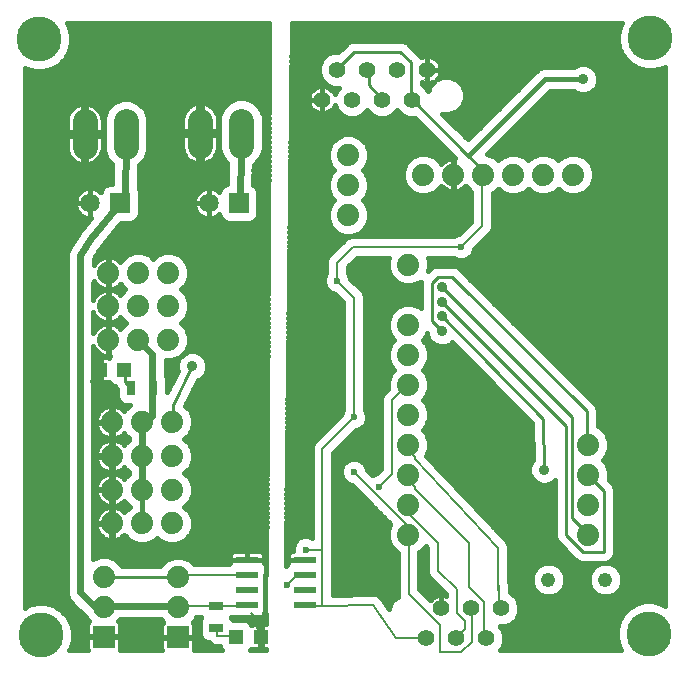
<source format=gtl>
G75*
G70*
%OFA0B0*%
%FSLAX24Y24*%
%IPPOS*%
%LPD*%
%AMOC8*
5,1,8,0,0,1.08239X$1,22.5*
%
%ADD10C,0.0480*%
%ADD11R,0.0780X0.0220*%
%ADD12C,0.0740*%
%ADD13C,0.0840*%
%ADD14R,0.0740X0.0740*%
%ADD15C,0.0560*%
%ADD16C,0.0650*%
%ADD17R,0.0650X0.0650*%
%ADD18R,0.0472X0.0472*%
%ADD19R,0.0472X0.0315*%
%ADD20R,0.0315X0.0472*%
%ADD21C,0.0100*%
%ADD22C,0.0360*%
%ADD23C,0.0240*%
%ADD24C,0.0160*%
%ADD25C,0.0079*%
%ADD26C,0.0236*%
%ADD27C,0.0354*%
%ADD28C,0.0315*%
%ADD29C,0.1502*%
D10*
X019080Y003336D03*
X020980Y003336D03*
D11*
X010966Y003506D03*
X010966Y004006D03*
X010966Y003006D03*
X010966Y002506D03*
X009026Y002506D03*
X009026Y003006D03*
X009026Y003506D03*
X009026Y004006D03*
D12*
X006730Y003411D03*
X006730Y002411D03*
X004255Y002436D03*
X004255Y003436D03*
X004530Y005211D03*
X005530Y005211D03*
X006530Y005211D03*
X006530Y006336D03*
X005530Y006336D03*
X004530Y006336D03*
X004530Y007461D03*
X005530Y007461D03*
X006530Y007461D03*
X006530Y008586D03*
X005530Y008586D03*
X004530Y008586D03*
X004405Y011336D03*
X005405Y011336D03*
X006405Y011336D03*
X006405Y012461D03*
X005405Y012461D03*
X004405Y012461D03*
X004405Y013561D03*
X005405Y013561D03*
X006405Y013561D03*
X012405Y015486D03*
X012405Y016486D03*
X012405Y017486D03*
X014905Y016836D03*
X015905Y016836D03*
X016905Y016836D03*
X017905Y016836D03*
X018905Y016836D03*
X019905Y016836D03*
X014405Y013836D03*
X014405Y011836D03*
X014405Y010836D03*
X014405Y009836D03*
X014405Y008836D03*
X014405Y007836D03*
X014405Y006836D03*
X014405Y005836D03*
X014405Y004836D03*
X020405Y004836D03*
X020405Y005836D03*
X020405Y006836D03*
X020405Y007836D03*
D13*
X008844Y017799D02*
X008844Y018639D01*
X007466Y018639D02*
X007466Y017799D01*
X004994Y017774D02*
X004994Y018614D01*
X003616Y018614D02*
X003616Y017774D01*
D14*
X004255Y001436D03*
X006730Y001411D03*
D15*
X015005Y001375D03*
X016005Y001375D03*
X017005Y001375D03*
X016505Y002375D03*
X015505Y002375D03*
X017505Y002375D03*
X014530Y019336D03*
X013530Y019336D03*
X012530Y019336D03*
X011530Y019336D03*
X012030Y020336D03*
X013030Y020336D03*
X014030Y020336D03*
X015030Y020336D03*
D16*
X007755Y015886D03*
X003805Y015886D03*
D17*
X004805Y015886D03*
X008755Y015886D03*
D18*
X004943Y010336D03*
X004117Y010336D03*
X008665Y001435D03*
X009491Y001435D03*
D19*
X008005Y001734D03*
X008005Y002443D03*
D20*
X005884Y009711D03*
X005176Y009711D03*
D21*
X005175Y009731D01*
X004965Y009941D01*
X004965Y010291D01*
X004943Y010336D01*
X005875Y009731D02*
X005884Y009711D01*
X005875Y009661D01*
X006575Y009171D02*
X006575Y008471D01*
X006530Y008586D01*
X006575Y009171D02*
X007200Y010446D01*
X005455Y011271D02*
X005405Y011336D01*
X005530Y008586D02*
X005525Y008401D01*
X005595Y008471D02*
X005530Y008586D01*
X005525Y007491D02*
X005530Y007461D01*
X005525Y007421D01*
X005525Y006371D02*
X005530Y006336D01*
X006715Y003431D02*
X004265Y003431D01*
X004255Y003436D01*
X004265Y002451D02*
X004255Y002436D01*
X004195Y002451D01*
X006715Y002451D02*
X006730Y002411D01*
X015535Y011621D02*
X015185Y011971D01*
X015185Y013231D01*
X015397Y013436D01*
X015852Y013433D01*
X020351Y008961D01*
X020365Y007841D01*
X020405Y007836D01*
X019665Y008471D02*
X019665Y004831D01*
X020225Y004271D01*
X020925Y004271D01*
X020925Y006301D01*
X020435Y006791D01*
X020405Y006836D01*
X018940Y007006D02*
X018890Y008706D01*
X015535Y012111D01*
X015535Y012601D02*
X019665Y008471D01*
X019875Y008751D02*
X019875Y005391D01*
X020365Y004901D01*
X020405Y004836D01*
X019875Y008751D02*
X015535Y013091D01*
X016905Y016836D02*
X016865Y016871D01*
X016865Y017011D01*
X016410Y017466D01*
X016445Y017501D01*
X016410Y017466D02*
X014555Y019321D01*
X014530Y019336D01*
X014485Y019391D01*
X014485Y020584D01*
X014139Y020931D01*
X012595Y020931D01*
X012035Y020371D01*
X012030Y020336D01*
X013030Y020336D02*
X013085Y020301D01*
X013085Y019811D01*
X013505Y019391D01*
X013530Y019336D01*
X017845Y016871D02*
X017905Y016836D01*
X018895Y016871D02*
X018905Y016836D01*
X008815Y017711D02*
X008844Y018219D01*
D22*
X015535Y013091D03*
X015535Y012601D03*
X015535Y012111D03*
X015535Y011621D03*
X018940Y007006D03*
X007200Y010446D03*
X020230Y020021D03*
D23*
X020215Y020036D01*
X008815Y017711D02*
X008790Y015896D01*
X008755Y015886D01*
X004969Y015775D02*
X004805Y015886D01*
X003830Y014711D01*
X003480Y014161D01*
X003480Y013361D01*
X003455Y013336D01*
X003455Y002911D01*
X003915Y002451D01*
X004270Y002451D01*
X004255Y002436D01*
X004270Y002451D02*
X006715Y002451D01*
X005530Y006336D02*
X005525Y006341D01*
X005525Y006445D01*
X005525Y007421D01*
X005530Y007461D02*
X005525Y007466D01*
X005525Y008401D01*
X005530Y008586D02*
X005875Y008806D01*
X005875Y009661D01*
X005875Y010866D01*
X005405Y011336D01*
X004969Y015775D02*
X004994Y018194D01*
D24*
X005734Y018247D02*
X007406Y018247D01*
X007406Y018279D02*
X007406Y018159D01*
X006866Y018159D01*
X006866Y017752D01*
X006881Y017658D01*
X006910Y017569D01*
X006953Y017484D01*
X007008Y017408D01*
X007075Y017341D01*
X007152Y017286D01*
X007236Y017243D01*
X007326Y017214D01*
X007406Y017201D01*
X007406Y018159D01*
X007526Y018159D01*
X007526Y018279D01*
X007406Y018279D01*
X007406Y019237D01*
X007326Y019224D01*
X007236Y019195D01*
X007152Y019152D01*
X007075Y019097D01*
X007008Y019030D01*
X006953Y018953D01*
X006910Y018869D01*
X006881Y018779D01*
X006866Y018686D01*
X006866Y018279D01*
X007406Y018279D01*
X007526Y018279D02*
X007526Y019237D01*
X007607Y019224D01*
X007696Y019195D01*
X007780Y019152D01*
X007857Y019097D01*
X007924Y019030D01*
X007979Y018953D01*
X008022Y018869D01*
X008051Y018779D01*
X008066Y018686D01*
X008066Y018279D01*
X007526Y018279D01*
X007526Y018247D02*
X008104Y018247D01*
X008066Y018159D02*
X007526Y018159D01*
X007526Y017201D01*
X007607Y017214D01*
X007696Y017243D01*
X007780Y017286D01*
X007857Y017341D01*
X007924Y017408D01*
X007979Y017484D01*
X008022Y017569D01*
X008051Y017658D01*
X008066Y017752D01*
X008066Y018159D01*
X008066Y018089D02*
X008104Y018089D01*
X008104Y017930D02*
X008066Y017930D01*
X008066Y017772D02*
X008104Y017772D01*
X008104Y017652D02*
X008217Y017380D01*
X008368Y017228D01*
X008359Y016528D01*
X008249Y016482D01*
X008159Y016392D01*
X008110Y016274D01*
X008110Y016245D01*
X008084Y016271D01*
X008020Y016318D01*
X007949Y016354D01*
X007873Y016378D01*
X007795Y016391D01*
X007755Y016391D01*
X007715Y016391D01*
X007637Y016378D01*
X007561Y016354D01*
X007490Y016318D01*
X007426Y016271D01*
X007370Y016215D01*
X007323Y016150D01*
X007287Y016080D01*
X007262Y016004D01*
X007250Y015926D01*
X007250Y015886D01*
X007755Y015886D01*
X007755Y016391D01*
X007755Y015886D01*
X007755Y015886D01*
X007755Y015886D01*
X007250Y015886D01*
X007250Y015846D01*
X007262Y015768D01*
X007287Y015692D01*
X007323Y015621D01*
X007370Y015557D01*
X007426Y015501D01*
X007490Y015454D01*
X007561Y015418D01*
X007637Y015393D01*
X007715Y015381D01*
X007755Y015381D01*
X007795Y015381D01*
X007873Y015393D01*
X007949Y015418D01*
X008020Y015454D01*
X008084Y015501D01*
X008110Y015527D01*
X008110Y015497D01*
X008159Y015380D01*
X008249Y015290D01*
X008366Y015241D01*
X009144Y015241D01*
X009261Y015290D01*
X009351Y015380D01*
X009400Y015497D01*
X009400Y016274D01*
X009351Y016392D01*
X009261Y016482D01*
X009238Y016492D01*
X009248Y017165D01*
X009263Y017172D01*
X009471Y017380D01*
X009584Y017652D01*
X009584Y018786D01*
X009471Y019058D01*
X009263Y019266D01*
X008991Y019379D01*
X008697Y019379D01*
X008425Y019266D01*
X008217Y019058D01*
X008104Y018786D01*
X008104Y017652D01*
X008120Y017613D02*
X008037Y017613D01*
X007958Y017455D02*
X008186Y017455D01*
X008300Y017296D02*
X007795Y017296D01*
X007526Y017296D02*
X007406Y017296D01*
X007406Y017455D02*
X007526Y017455D01*
X007526Y017613D02*
X007406Y017613D01*
X007406Y017772D02*
X007526Y017772D01*
X007526Y017930D02*
X007406Y017930D01*
X007406Y018089D02*
X007526Y018089D01*
X007526Y018406D02*
X007406Y018406D01*
X007406Y018564D02*
X007526Y018564D01*
X007526Y018723D02*
X007406Y018723D01*
X007406Y018881D02*
X007526Y018881D01*
X007526Y019040D02*
X007406Y019040D01*
X007406Y019198D02*
X007526Y019198D01*
X007686Y019198D02*
X008357Y019198D01*
X008209Y019040D02*
X007914Y019040D01*
X008016Y018881D02*
X008143Y018881D01*
X008104Y018723D02*
X008060Y018723D01*
X008066Y018564D02*
X008104Y018564D01*
X008104Y018406D02*
X008066Y018406D01*
X008644Y019357D02*
X001625Y019357D01*
X001625Y019515D02*
X009764Y019515D01*
X009763Y019357D02*
X009044Y019357D01*
X009331Y019198D02*
X009762Y019198D01*
X009761Y019040D02*
X009479Y019040D01*
X009545Y018881D02*
X009760Y018881D01*
X009759Y018723D02*
X009584Y018723D01*
X009584Y018564D02*
X009758Y018564D01*
X009757Y018406D02*
X009584Y018406D01*
X009584Y018247D02*
X009756Y018247D01*
X009756Y018089D02*
X009584Y018089D01*
X009584Y017930D02*
X009755Y017930D01*
X009754Y017772D02*
X009584Y017772D01*
X009568Y017613D02*
X009753Y017613D01*
X009752Y017455D02*
X009502Y017455D01*
X009388Y017296D02*
X009751Y017296D01*
X009750Y017138D02*
X009247Y017138D01*
X009245Y016979D02*
X009749Y016979D01*
X009748Y016821D02*
X009243Y016821D01*
X009241Y016662D02*
X009747Y016662D01*
X009746Y016504D02*
X009238Y016504D01*
X009371Y016345D02*
X009745Y016345D01*
X009745Y016187D02*
X009400Y016187D01*
X009400Y016028D02*
X009744Y016028D01*
X009743Y015870D02*
X009400Y015870D01*
X009400Y015711D02*
X009742Y015711D01*
X009741Y015553D02*
X009400Y015553D01*
X009357Y015394D02*
X009740Y015394D01*
X009739Y015236D02*
X004837Y015236D01*
X004842Y015241D02*
X005194Y015241D01*
X005311Y015290D01*
X005401Y015380D01*
X005450Y015497D01*
X005450Y016274D01*
X005415Y016359D01*
X005423Y017157D01*
X005621Y017355D01*
X005734Y017627D01*
X005734Y018761D01*
X005621Y019033D01*
X005413Y019241D01*
X005141Y019354D01*
X004847Y019354D01*
X004575Y019241D01*
X004367Y019033D01*
X004254Y018761D01*
X004254Y017627D01*
X004367Y017355D01*
X004543Y017178D01*
X004537Y016531D01*
X004416Y016531D01*
X004299Y016482D01*
X004209Y016392D01*
X004160Y016274D01*
X004160Y016245D01*
X004134Y016271D01*
X004070Y016318D01*
X003999Y016354D01*
X003923Y016378D01*
X003845Y016391D01*
X003805Y016391D01*
X003765Y016391D01*
X003687Y016378D01*
X003611Y016354D01*
X003540Y016318D01*
X003476Y016271D01*
X003420Y016215D01*
X003373Y016150D01*
X003337Y016080D01*
X003312Y016004D01*
X003300Y015926D01*
X003300Y015886D01*
X003805Y015886D01*
X003805Y016391D01*
X003805Y015886D01*
X003805Y015886D01*
X003805Y015886D01*
X003300Y015886D01*
X003300Y015846D01*
X003312Y015768D01*
X003337Y015692D01*
X003373Y015621D01*
X003420Y015557D01*
X003476Y015501D01*
X003540Y015454D01*
X003611Y015418D01*
X003687Y015393D01*
X003765Y015381D01*
X003805Y015381D01*
X003814Y015381D01*
X003529Y015037D01*
X003506Y015021D01*
X003474Y014970D01*
X003436Y014924D01*
X003427Y014897D01*
X003135Y014438D01*
X003107Y014410D01*
X003088Y014365D01*
X003062Y014323D01*
X003055Y014285D01*
X001625Y014285D01*
X001625Y014443D02*
X003138Y014443D01*
X003055Y014285D02*
X003040Y014248D01*
X003040Y014199D01*
X003031Y014151D01*
X003040Y014113D01*
X003040Y013484D01*
X003015Y013423D01*
X003015Y002823D01*
X003082Y002662D01*
X003206Y002538D01*
X003650Y002094D01*
X003670Y002045D01*
X003770Y001945D01*
X003741Y001916D01*
X003717Y001875D01*
X003705Y001830D01*
X003705Y001456D01*
X004235Y001456D01*
X004235Y001416D01*
X003705Y001416D01*
X003705Y001042D01*
X003717Y000996D01*
X003726Y000981D01*
X003108Y000981D01*
X003156Y001064D01*
X003229Y001337D01*
X003229Y001619D01*
X003156Y001891D01*
X003015Y002136D01*
X002816Y002335D01*
X002571Y002476D01*
X002299Y002549D01*
X002017Y002549D01*
X001745Y002476D01*
X001625Y002407D01*
X001625Y020399D01*
X001682Y020367D01*
X001954Y020294D01*
X002236Y020294D01*
X002508Y020367D01*
X002753Y020508D01*
X002952Y020707D01*
X003093Y020951D01*
X003166Y021224D01*
X003166Y021506D01*
X003093Y021778D01*
X003030Y021887D01*
X009777Y021887D01*
X009673Y003811D01*
X009597Y003887D01*
X009596Y003888D01*
X009596Y004006D01*
X009596Y004140D01*
X009584Y004185D01*
X009560Y004226D01*
X009527Y004260D01*
X009485Y004284D01*
X009440Y004296D01*
X009026Y004296D01*
X009026Y004006D01*
X009026Y004296D01*
X008612Y004296D01*
X008567Y004284D01*
X008525Y004260D01*
X008492Y004226D01*
X008468Y004185D01*
X008456Y004140D01*
X008456Y004006D01*
X009026Y004006D01*
X009026Y004006D01*
X009026Y004006D01*
X009596Y004006D01*
X009026Y004006D01*
X009026Y004006D01*
X008456Y004006D01*
X008456Y003888D01*
X008455Y003887D01*
X008428Y003860D01*
X007256Y003860D01*
X007121Y003996D01*
X006867Y004101D01*
X006593Y004101D01*
X006339Y003996D01*
X006145Y003802D01*
X006145Y003801D01*
X004851Y003801D01*
X004840Y003827D01*
X004646Y004021D01*
X004392Y004126D01*
X004118Y004126D01*
X003895Y004034D01*
X003895Y009920D01*
X004079Y009920D01*
X004079Y010298D01*
X004155Y010298D01*
X004155Y009920D01*
X004377Y009920D01*
X004422Y009932D01*
X004429Y009936D01*
X004436Y009918D01*
X004526Y009828D01*
X004629Y009786D01*
X004651Y009731D01*
X004698Y009684D01*
X004698Y009411D01*
X004747Y009293D01*
X004837Y009203D01*
X004955Y009155D01*
X005123Y009155D01*
X004945Y008977D01*
X004937Y008957D01*
X004888Y009005D01*
X004818Y009056D01*
X004741Y009096D01*
X004659Y009122D01*
X004573Y009136D01*
X004550Y009136D01*
X004550Y008606D01*
X004510Y008606D01*
X004510Y009136D01*
X004487Y009136D01*
X004401Y009122D01*
X004319Y009096D01*
X004242Y009056D01*
X004172Y009005D01*
X004110Y008944D01*
X004060Y008874D01*
X004020Y008797D01*
X003994Y008715D01*
X003980Y008629D01*
X003980Y008606D01*
X004510Y008606D01*
X004510Y008566D01*
X003980Y008566D01*
X003980Y008543D01*
X003994Y008457D01*
X004020Y008375D01*
X004060Y008298D01*
X004110Y008228D01*
X004172Y008166D01*
X004242Y008115D01*
X004319Y008076D01*
X004401Y008049D01*
X004487Y008036D01*
X004510Y008036D01*
X004510Y008566D01*
X004550Y008566D01*
X004550Y008036D01*
X004573Y008036D01*
X004659Y008049D01*
X004741Y008076D01*
X004818Y008115D01*
X004888Y008166D01*
X004937Y008215D01*
X004945Y008195D01*
X005085Y008055D01*
X005085Y007992D01*
X004945Y007852D01*
X004937Y007832D01*
X004888Y007880D01*
X004818Y007931D01*
X004741Y007971D01*
X004659Y007997D01*
X004573Y008011D01*
X004550Y008011D01*
X004550Y007481D01*
X004510Y007481D01*
X004510Y008011D01*
X004487Y008011D01*
X004401Y007997D01*
X004319Y007971D01*
X004242Y007931D01*
X004172Y007880D01*
X004110Y007819D01*
X004060Y007749D01*
X004020Y007672D01*
X003994Y007590D01*
X003980Y007504D01*
X003980Y007481D01*
X004510Y007481D01*
X004510Y007441D01*
X003980Y007441D01*
X003980Y007418D01*
X003994Y007332D01*
X004020Y007250D01*
X004060Y007173D01*
X004110Y007103D01*
X004172Y007041D01*
X004242Y006990D01*
X004319Y006951D01*
X004401Y006924D01*
X004487Y006911D01*
X004510Y006911D01*
X004510Y007441D01*
X004550Y007441D01*
X004550Y006911D01*
X004573Y006911D01*
X004659Y006924D01*
X004741Y006951D01*
X004818Y006990D01*
X004888Y007041D01*
X004937Y007090D01*
X004945Y007070D01*
X005085Y006930D01*
X005085Y006867D01*
X004945Y006727D01*
X004937Y006707D01*
X004888Y006755D01*
X004818Y006806D01*
X004741Y006846D01*
X004659Y006872D01*
X004573Y006886D01*
X004550Y006886D01*
X004550Y006356D01*
X004510Y006356D01*
X004510Y006886D01*
X004487Y006886D01*
X004401Y006872D01*
X004319Y006846D01*
X004242Y006806D01*
X004172Y006755D01*
X004110Y006694D01*
X004060Y006624D01*
X004020Y006547D01*
X003994Y006465D01*
X003980Y006379D01*
X003980Y006356D01*
X004510Y006356D01*
X004510Y006316D01*
X003980Y006316D01*
X003980Y006293D01*
X003994Y006207D01*
X004020Y006125D01*
X004060Y006048D01*
X004110Y005978D01*
X004172Y005916D01*
X004242Y005865D01*
X004319Y005826D01*
X004401Y005799D01*
X004487Y005786D01*
X004510Y005786D01*
X004510Y006316D01*
X004550Y006316D01*
X004550Y005786D01*
X004573Y005786D01*
X004659Y005799D01*
X004741Y005826D01*
X004818Y005865D01*
X004888Y005916D01*
X004937Y005965D01*
X004945Y005945D01*
X005117Y005773D01*
X004945Y005602D01*
X004937Y005582D01*
X004888Y005630D01*
X004818Y005681D01*
X004741Y005721D01*
X004659Y005747D01*
X004573Y005761D01*
X004550Y005761D01*
X004550Y005231D01*
X004510Y005231D01*
X004510Y005761D01*
X004487Y005761D01*
X004401Y005747D01*
X004319Y005721D01*
X004242Y005681D01*
X004172Y005630D01*
X004110Y005569D01*
X004060Y005499D01*
X004020Y005422D01*
X003994Y005340D01*
X003980Y005254D01*
X003980Y005231D01*
X004510Y005231D01*
X004510Y005191D01*
X003980Y005191D01*
X003980Y005168D01*
X003994Y005082D01*
X004020Y005000D01*
X004060Y004923D01*
X004110Y004853D01*
X004172Y004791D01*
X004242Y004740D01*
X004319Y004701D01*
X004401Y004674D01*
X004487Y004661D01*
X004510Y004661D01*
X004510Y005191D01*
X004550Y005191D01*
X004550Y004661D01*
X004573Y004661D01*
X004659Y004674D01*
X004741Y004701D01*
X004818Y004740D01*
X004888Y004791D01*
X004937Y004840D01*
X004945Y004820D01*
X005139Y004626D01*
X005393Y004521D01*
X005667Y004521D01*
X005921Y004626D01*
X006030Y004735D01*
X006139Y004626D01*
X006393Y004521D01*
X006667Y004521D01*
X006921Y004626D01*
X007115Y004820D01*
X007220Y005074D01*
X007220Y005348D01*
X007115Y005602D01*
X006943Y005773D01*
X007115Y005945D01*
X007220Y006199D01*
X007220Y006473D01*
X007115Y006727D01*
X006943Y006898D01*
X007115Y007070D01*
X007220Y007324D01*
X007220Y007598D01*
X007115Y007852D01*
X006943Y008023D01*
X007115Y008195D01*
X007220Y008449D01*
X007220Y008723D01*
X007115Y008977D01*
X006965Y009126D01*
X007384Y009981D01*
X007483Y010022D01*
X007624Y010163D01*
X007700Y010346D01*
X007700Y010545D01*
X007624Y010729D01*
X007483Y010870D01*
X007299Y010946D01*
X007101Y010946D01*
X006917Y010870D01*
X006776Y010729D01*
X006700Y010545D01*
X006700Y010346D01*
X006718Y010303D01*
X006362Y009577D01*
X006362Y010011D01*
X006315Y010124D01*
X006315Y010646D01*
X006542Y010646D01*
X006796Y010751D01*
X006990Y010945D01*
X007095Y011199D01*
X007095Y011473D01*
X006990Y011727D01*
X006818Y011898D01*
X006990Y012070D01*
X007095Y012324D01*
X007095Y012598D01*
X006990Y012852D01*
X006831Y013011D01*
X006990Y013170D01*
X007095Y013424D01*
X007095Y013698D01*
X006990Y013952D01*
X006796Y014146D01*
X006542Y014251D01*
X006268Y014251D01*
X006014Y014146D01*
X005905Y014037D01*
X005796Y014146D01*
X005542Y014251D01*
X005268Y014251D01*
X005014Y014146D01*
X004820Y013952D01*
X004812Y013932D01*
X004763Y013980D01*
X004693Y014031D01*
X004616Y014071D01*
X004534Y014097D01*
X004448Y014111D01*
X004425Y014111D01*
X004425Y013581D01*
X004385Y013581D01*
X004385Y014111D01*
X004362Y014111D01*
X004276Y014097D01*
X004194Y014071D01*
X004117Y014031D01*
X004047Y013980D01*
X003985Y013919D01*
X003935Y013849D01*
X003920Y013820D01*
X003920Y014033D01*
X004186Y014451D01*
X004842Y015241D01*
X004706Y015077D02*
X009738Y015077D01*
X009737Y014919D02*
X004574Y014919D01*
X004443Y014760D02*
X009736Y014760D01*
X009735Y014602D02*
X004311Y014602D01*
X004181Y014443D02*
X009735Y014443D01*
X009734Y014285D02*
X004080Y014285D01*
X003980Y014126D02*
X004995Y014126D01*
X004836Y013968D02*
X004776Y013968D01*
X004425Y013968D02*
X004385Y013968D01*
X004385Y013809D02*
X004425Y013809D01*
X004425Y013651D02*
X004385Y013651D01*
X004385Y013541D02*
X004425Y013541D01*
X004425Y013011D01*
X004448Y013011D01*
X004534Y013024D01*
X004616Y013051D01*
X004693Y013090D01*
X004763Y013141D01*
X004812Y013190D01*
X004820Y013170D01*
X004979Y013011D01*
X004820Y012852D01*
X004812Y012832D01*
X004763Y012880D01*
X004693Y012931D01*
X004616Y012971D01*
X004534Y012997D01*
X004448Y013011D01*
X004425Y013011D01*
X004425Y012481D01*
X004385Y012481D01*
X004385Y013011D01*
X004385Y013541D01*
X004385Y013492D02*
X004425Y013492D01*
X004425Y013334D02*
X004385Y013334D01*
X004385Y013175D02*
X004425Y013175D01*
X004425Y013017D02*
X004385Y013017D01*
X004385Y013011D02*
X004362Y013011D01*
X004276Y013024D01*
X004194Y013051D01*
X004117Y013090D01*
X004047Y013141D01*
X003985Y013203D01*
X003935Y013273D01*
X003920Y013301D01*
X003920Y013273D01*
X003895Y013213D01*
X003895Y012671D01*
X003895Y012672D01*
X003935Y012749D01*
X003985Y012819D01*
X004047Y012880D01*
X004117Y012931D01*
X004194Y012971D01*
X004276Y012997D01*
X004362Y013011D01*
X004385Y013011D01*
X004324Y013017D02*
X003895Y013017D01*
X003895Y013175D02*
X004013Y013175D01*
X004025Y012858D02*
X003895Y012858D01*
X003895Y012700D02*
X003910Y012700D01*
X004385Y012700D02*
X004425Y012700D01*
X004425Y012858D02*
X004385Y012858D01*
X004486Y013017D02*
X004973Y013017D01*
X004827Y012858D02*
X004785Y012858D01*
X004425Y012541D02*
X004385Y012541D01*
X004385Y012441D02*
X004425Y012441D01*
X004425Y011911D01*
X004448Y011911D01*
X004534Y011924D01*
X004616Y011951D01*
X004693Y011990D01*
X004763Y012041D01*
X004812Y012090D01*
X004820Y012070D01*
X004992Y011898D01*
X004820Y011727D01*
X004812Y011707D01*
X004763Y011755D01*
X004693Y011806D01*
X004616Y011846D01*
X004534Y011872D01*
X004448Y011886D01*
X004425Y011886D01*
X004425Y011356D01*
X004385Y011356D01*
X004385Y011886D01*
X004362Y011886D01*
X004276Y011872D01*
X004194Y011846D01*
X004117Y011806D01*
X004047Y011755D01*
X003985Y011694D01*
X003935Y011624D01*
X003895Y011547D01*
X003895Y011546D01*
X003895Y012251D01*
X003895Y012250D01*
X003935Y012173D01*
X003985Y012103D01*
X004047Y012041D01*
X004117Y011990D01*
X004194Y011951D01*
X004276Y011924D01*
X004362Y011911D01*
X004385Y011911D01*
X004385Y012441D01*
X004385Y012383D02*
X004425Y012383D01*
X004425Y012224D02*
X004385Y012224D01*
X004385Y012066D02*
X004425Y012066D01*
X004788Y012066D02*
X004824Y012066D01*
X004983Y011907D02*
X003895Y011907D01*
X003895Y011749D02*
X004040Y011749D01*
X003917Y011590D02*
X003895Y011590D01*
X003895Y011126D02*
X003895Y011125D01*
X003935Y011048D01*
X003985Y010978D01*
X004047Y010916D01*
X004117Y010865D01*
X004194Y010826D01*
X004276Y010799D01*
X004362Y010786D01*
X004385Y010786D01*
X004385Y011316D01*
X004425Y011316D01*
X004425Y010786D01*
X004448Y010786D01*
X004472Y010790D01*
X004436Y010753D01*
X004429Y010736D01*
X004422Y010740D01*
X004377Y010752D01*
X004155Y010752D01*
X004155Y010374D01*
X004079Y010374D01*
X004079Y010752D01*
X003895Y010752D01*
X003895Y011126D01*
X003895Y011115D02*
X003900Y011115D01*
X003895Y010956D02*
X004007Y010956D01*
X003930Y010786D02*
X003930Y010036D01*
X003980Y009986D01*
X004005Y010011D01*
X004005Y010611D01*
X003905Y010711D01*
X003905Y009986D01*
X003880Y009961D01*
X003895Y009847D02*
X004507Y009847D01*
X004694Y009688D02*
X003895Y009688D01*
X003895Y009530D02*
X004698Y009530D01*
X004715Y009371D02*
X003895Y009371D01*
X003895Y009213D02*
X004827Y009213D01*
X004821Y009054D02*
X005023Y009054D01*
X004550Y009054D02*
X004510Y009054D01*
X004510Y008896D02*
X004550Y008896D01*
X004550Y008737D02*
X004510Y008737D01*
X004510Y008579D02*
X003895Y008579D01*
X003895Y008737D02*
X004001Y008737D01*
X004075Y008896D02*
X003895Y008896D01*
X003895Y009054D02*
X004239Y009054D01*
X004005Y008420D02*
X003895Y008420D01*
X003895Y008262D02*
X004086Y008262D01*
X004265Y008103D02*
X003895Y008103D01*
X003895Y007945D02*
X004268Y007945D01*
X004087Y007786D02*
X003895Y007786D01*
X003895Y007628D02*
X004006Y007628D01*
X003895Y007469D02*
X004510Y007469D01*
X004510Y007311D02*
X004550Y007311D01*
X004550Y007152D02*
X004510Y007152D01*
X004510Y006994D02*
X004550Y006994D01*
X004550Y006835D02*
X004510Y006835D01*
X004510Y006677D02*
X004550Y006677D01*
X004550Y006518D02*
X004510Y006518D01*
X004510Y006360D02*
X004550Y006360D01*
X004550Y006201D02*
X004510Y006201D01*
X004510Y006043D02*
X004550Y006043D01*
X004550Y005884D02*
X004510Y005884D01*
X004510Y005726D02*
X004550Y005726D01*
X004550Y005567D02*
X004510Y005567D01*
X004510Y005409D02*
X004550Y005409D01*
X004550Y005250D02*
X004510Y005250D01*
X004510Y005092D02*
X004550Y005092D01*
X004550Y004933D02*
X004510Y004933D01*
X004510Y004775D02*
X004550Y004775D01*
X004866Y004775D02*
X004990Y004775D01*
X005162Y004616D02*
X003895Y004616D01*
X003895Y004458D02*
X009677Y004458D01*
X009655Y004361D02*
X009655Y003486D01*
X009647Y003485D01*
X009640Y003481D01*
X009635Y003476D01*
X009631Y003469D01*
X009630Y003461D01*
X009630Y002186D01*
X009664Y002191D02*
X009662Y001851D01*
X009529Y001851D01*
X009529Y001473D01*
X009453Y001473D01*
X009453Y001851D01*
X009231Y001851D01*
X009186Y001839D01*
X009179Y001835D01*
X009172Y001852D01*
X009082Y001942D01*
X008964Y001991D01*
X008547Y001991D01*
X008513Y002073D01*
X008497Y002089D01*
X008500Y002091D01*
X008535Y002091D01*
X008572Y002076D01*
X009480Y002076D01*
X009597Y002125D01*
X009664Y002191D01*
X009630Y002186D02*
X009629Y002196D01*
X009625Y002205D01*
X009619Y002213D01*
X009611Y002219D01*
X009602Y002223D01*
X009592Y002224D01*
X009491Y001435D01*
X009453Y001397D02*
X009529Y001397D01*
X009529Y001019D01*
X009657Y001019D01*
X009657Y000981D01*
X009136Y000981D01*
X009172Y001017D01*
X009179Y001035D01*
X009186Y001031D01*
X009231Y001019D01*
X009453Y001019D01*
X009453Y001397D01*
X009453Y001288D02*
X009529Y001288D01*
X009529Y001129D02*
X009453Y001129D01*
X009453Y001605D02*
X009529Y001605D01*
X009529Y001763D02*
X009453Y001763D01*
X009662Y001922D02*
X009103Y001922D01*
X009491Y002080D02*
X009663Y002080D01*
X008561Y002080D02*
X008505Y002080D01*
X007513Y002089D02*
X007510Y002091D01*
X007345Y002091D01*
X007315Y002020D01*
X007215Y001920D01*
X007244Y001891D01*
X007268Y001850D01*
X007280Y001805D01*
X007280Y001431D01*
X006750Y001431D01*
X006750Y001391D01*
X007280Y001391D01*
X007280Y001017D01*
X007270Y000981D01*
X008194Y000981D01*
X008157Y001017D01*
X008118Y001111D01*
X007974Y001111D01*
X007841Y001166D01*
X007751Y001257D01*
X007705Y001257D01*
X007588Y001306D01*
X007497Y001396D01*
X007449Y001513D01*
X007449Y001956D01*
X007497Y002073D01*
X007513Y002089D01*
X007505Y002080D02*
X007340Y002080D01*
X007449Y001922D02*
X007217Y001922D01*
X007280Y001763D02*
X007449Y001763D01*
X007449Y001605D02*
X007280Y001605D01*
X007280Y001446D02*
X007477Y001446D01*
X007631Y001288D02*
X007280Y001288D01*
X007280Y001129D02*
X007930Y001129D01*
X006710Y001391D02*
X006180Y001391D01*
X006180Y001017D01*
X006190Y000981D01*
X004784Y000981D01*
X004793Y000996D01*
X004805Y001042D01*
X004805Y001416D01*
X004275Y001416D01*
X004275Y001456D01*
X004805Y001456D01*
X004805Y001830D01*
X004793Y001875D01*
X004769Y001916D01*
X004740Y001945D01*
X004806Y002011D01*
X006154Y002011D01*
X006245Y001920D01*
X006216Y001891D01*
X006192Y001850D01*
X006180Y001805D01*
X006180Y001431D01*
X006710Y001431D01*
X006710Y001391D01*
X006180Y001446D02*
X004275Y001446D01*
X004235Y001446D02*
X003229Y001446D01*
X003216Y001288D02*
X003705Y001288D01*
X003705Y001129D02*
X003174Y001129D01*
X003229Y001605D02*
X003705Y001605D01*
X003705Y001763D02*
X003190Y001763D01*
X003139Y001922D02*
X003746Y001922D01*
X003655Y002080D02*
X003047Y002080D01*
X002912Y002239D02*
X003505Y002239D01*
X003346Y002397D02*
X002708Y002397D01*
X003060Y002714D02*
X001625Y002714D01*
X001625Y002556D02*
X003188Y002556D01*
X003015Y002873D02*
X001625Y002873D01*
X001625Y003031D02*
X003015Y003031D01*
X003015Y003190D02*
X001625Y003190D01*
X001625Y003348D02*
X003015Y003348D01*
X003015Y003507D02*
X001625Y003507D01*
X001625Y003665D02*
X003015Y003665D01*
X003015Y003824D02*
X001625Y003824D01*
X001625Y003982D02*
X003015Y003982D01*
X003015Y004141D02*
X001625Y004141D01*
X001625Y004299D02*
X003015Y004299D01*
X003015Y004458D02*
X001625Y004458D01*
X001625Y004616D02*
X003015Y004616D01*
X003015Y004775D02*
X001625Y004775D01*
X001625Y004933D02*
X003015Y004933D01*
X003015Y005092D02*
X001625Y005092D01*
X001625Y005250D02*
X003015Y005250D01*
X003015Y005409D02*
X001625Y005409D01*
X001625Y005567D02*
X003015Y005567D01*
X003015Y005726D02*
X001625Y005726D01*
X001625Y005884D02*
X003015Y005884D01*
X003015Y006043D02*
X001625Y006043D01*
X001625Y006201D02*
X003015Y006201D01*
X003015Y006360D02*
X001625Y006360D01*
X001625Y006518D02*
X003015Y006518D01*
X003015Y006677D02*
X001625Y006677D01*
X001625Y006835D02*
X003015Y006835D01*
X003015Y006994D02*
X001625Y006994D01*
X001625Y007152D02*
X003015Y007152D01*
X003015Y007311D02*
X001625Y007311D01*
X001625Y007469D02*
X003015Y007469D01*
X003015Y007628D02*
X001625Y007628D01*
X001625Y007786D02*
X003015Y007786D01*
X003015Y007945D02*
X001625Y007945D01*
X001625Y008103D02*
X003015Y008103D01*
X003015Y008262D02*
X001625Y008262D01*
X001625Y008420D02*
X003015Y008420D01*
X003015Y008579D02*
X001625Y008579D01*
X001625Y008737D02*
X003015Y008737D01*
X003015Y008896D02*
X001625Y008896D01*
X001625Y009054D02*
X003015Y009054D01*
X003015Y009213D02*
X001625Y009213D01*
X001625Y009371D02*
X003015Y009371D01*
X003015Y009530D02*
X001625Y009530D01*
X001625Y009688D02*
X003015Y009688D01*
X003015Y009847D02*
X001625Y009847D01*
X001625Y010005D02*
X003015Y010005D01*
X003015Y010164D02*
X001625Y010164D01*
X001625Y010322D02*
X003015Y010322D01*
X003015Y010481D02*
X001625Y010481D01*
X001625Y010639D02*
X003015Y010639D01*
X003015Y010798D02*
X001625Y010798D01*
X001625Y010956D02*
X003015Y010956D01*
X003015Y011115D02*
X001625Y011115D01*
X001625Y011273D02*
X003015Y011273D01*
X003015Y011432D02*
X001625Y011432D01*
X001625Y011590D02*
X003015Y011590D01*
X003015Y011749D02*
X001625Y011749D01*
X001625Y011907D02*
X003015Y011907D01*
X003015Y012066D02*
X001625Y012066D01*
X001625Y012224D02*
X003015Y012224D01*
X003015Y012383D02*
X001625Y012383D01*
X001625Y012541D02*
X003015Y012541D01*
X003015Y012700D02*
X001625Y012700D01*
X001625Y012858D02*
X003015Y012858D01*
X003015Y013017D02*
X001625Y013017D01*
X001625Y013175D02*
X003015Y013175D01*
X003015Y013334D02*
X001625Y013334D01*
X001625Y013492D02*
X003040Y013492D01*
X003040Y013651D02*
X001625Y013651D01*
X001625Y013809D02*
X003040Y013809D01*
X003040Y013968D02*
X001625Y013968D01*
X001625Y014126D02*
X003037Y014126D01*
X003239Y014602D02*
X001625Y014602D01*
X001625Y014760D02*
X003340Y014760D01*
X003434Y014919D02*
X001625Y014919D01*
X001625Y015077D02*
X003562Y015077D01*
X003694Y015236D02*
X001625Y015236D01*
X001625Y015394D02*
X003683Y015394D01*
X003805Y015394D02*
X003805Y015394D01*
X003805Y015381D02*
X003805Y015886D01*
X003805Y015886D01*
X003805Y015381D01*
X003805Y015553D02*
X003805Y015553D01*
X003805Y015711D02*
X003805Y015711D01*
X003805Y015870D02*
X003805Y015870D01*
X003805Y016028D02*
X003805Y016028D01*
X003805Y016187D02*
X003805Y016187D01*
X003805Y016345D02*
X003805Y016345D01*
X003595Y016345D02*
X001625Y016345D01*
X001625Y016187D02*
X003400Y016187D01*
X003320Y016028D02*
X001625Y016028D01*
X001625Y015870D02*
X003300Y015870D01*
X003331Y015711D02*
X001625Y015711D01*
X001625Y015553D02*
X003424Y015553D01*
X004015Y016345D02*
X004189Y016345D01*
X004351Y016504D02*
X001625Y016504D01*
X001625Y016662D02*
X004538Y016662D01*
X004540Y016821D02*
X001625Y016821D01*
X001625Y016979D02*
X004541Y016979D01*
X004543Y017138D02*
X001625Y017138D01*
X001625Y017296D02*
X003253Y017296D01*
X003225Y017316D02*
X003302Y017261D01*
X003386Y017218D01*
X003476Y017189D01*
X003556Y017176D01*
X003556Y018134D01*
X003016Y018134D01*
X003016Y017727D01*
X003031Y017633D01*
X003060Y017544D01*
X003103Y017459D01*
X003158Y017383D01*
X003225Y017316D01*
X003106Y017455D02*
X001625Y017455D01*
X001625Y017613D02*
X003037Y017613D01*
X003016Y017772D02*
X001625Y017772D01*
X001625Y017930D02*
X003016Y017930D01*
X003016Y018089D02*
X001625Y018089D01*
X001625Y018247D02*
X003556Y018247D01*
X003556Y018254D02*
X003556Y018134D01*
X003676Y018134D01*
X003676Y018254D01*
X003556Y018254D01*
X003556Y019212D01*
X003476Y019199D01*
X003386Y019170D01*
X003302Y019127D01*
X003225Y019072D01*
X003158Y019005D01*
X003103Y018928D01*
X003060Y018844D01*
X003031Y018754D01*
X003016Y018661D01*
X003016Y018254D01*
X003556Y018254D01*
X003676Y018254D02*
X003676Y019212D01*
X003757Y019199D01*
X003846Y019170D01*
X003930Y019127D01*
X004007Y019072D01*
X004074Y019005D01*
X004129Y018928D01*
X004172Y018844D01*
X004201Y018754D01*
X004216Y018661D01*
X004216Y018254D01*
X003676Y018254D01*
X003676Y018247D02*
X004254Y018247D01*
X004216Y018134D02*
X003676Y018134D01*
X003676Y017176D01*
X003757Y017189D01*
X003846Y017218D01*
X003930Y017261D01*
X004007Y017316D01*
X004074Y017383D01*
X004129Y017459D01*
X004172Y017544D01*
X004201Y017633D01*
X004216Y017727D01*
X004216Y018134D01*
X004216Y018089D02*
X004254Y018089D01*
X004254Y017930D02*
X004216Y017930D01*
X004216Y017772D02*
X004254Y017772D01*
X004259Y017613D02*
X004195Y017613D01*
X004126Y017455D02*
X004325Y017455D01*
X004425Y017296D02*
X003980Y017296D01*
X003676Y017296D02*
X003556Y017296D01*
X003556Y017455D02*
X003676Y017455D01*
X003676Y017613D02*
X003556Y017613D01*
X003556Y017772D02*
X003676Y017772D01*
X003676Y017930D02*
X003556Y017930D01*
X003556Y018089D02*
X003676Y018089D01*
X003676Y018406D02*
X003556Y018406D01*
X003556Y018564D02*
X003676Y018564D01*
X003676Y018723D02*
X003556Y018723D01*
X003556Y018881D02*
X003676Y018881D01*
X003676Y019040D02*
X003556Y019040D01*
X003556Y019198D02*
X003676Y019198D01*
X003759Y019198D02*
X004532Y019198D01*
X004373Y019040D02*
X004039Y019040D01*
X004153Y018881D02*
X004304Y018881D01*
X004254Y018723D02*
X004206Y018723D01*
X004216Y018564D02*
X004254Y018564D01*
X004254Y018406D02*
X004216Y018406D01*
X003473Y019198D02*
X001625Y019198D01*
X001625Y019040D02*
X003193Y019040D01*
X003079Y018881D02*
X001625Y018881D01*
X001625Y018723D02*
X003026Y018723D01*
X003016Y018564D02*
X001625Y018564D01*
X001625Y018406D02*
X003016Y018406D01*
X001625Y019674D02*
X009765Y019674D01*
X009766Y019832D02*
X001625Y019832D01*
X001625Y019991D02*
X009766Y019991D01*
X009767Y020149D02*
X001625Y020149D01*
X001625Y020308D02*
X001901Y020308D01*
X002289Y020308D02*
X009768Y020308D01*
X009769Y020466D02*
X002681Y020466D01*
X002870Y020625D02*
X009770Y020625D01*
X009771Y020783D02*
X002996Y020783D01*
X003088Y020942D02*
X009772Y020942D01*
X009773Y021100D02*
X003133Y021100D01*
X003166Y021259D02*
X009774Y021259D01*
X009775Y021417D02*
X003166Y021417D01*
X003147Y021576D02*
X009776Y021576D01*
X009777Y021734D02*
X003105Y021734D01*
X005456Y019198D02*
X007246Y019198D01*
X007018Y019040D02*
X005615Y019040D01*
X005684Y018881D02*
X006916Y018881D01*
X006872Y018723D02*
X005734Y018723D01*
X005734Y018564D02*
X006866Y018564D01*
X006866Y018406D02*
X005734Y018406D01*
X005734Y018089D02*
X006866Y018089D01*
X006866Y017930D02*
X005734Y017930D01*
X005734Y017772D02*
X006866Y017772D01*
X006895Y017613D02*
X005728Y017613D01*
X005663Y017455D02*
X006974Y017455D01*
X007137Y017296D02*
X005563Y017296D01*
X005423Y017138D02*
X008367Y017138D01*
X008365Y016979D02*
X005421Y016979D01*
X005420Y016821D02*
X008363Y016821D01*
X008361Y016662D02*
X005418Y016662D01*
X005417Y016504D02*
X008301Y016504D01*
X008139Y016345D02*
X007965Y016345D01*
X007755Y016345D02*
X007755Y016345D01*
X007755Y016187D02*
X007755Y016187D01*
X007755Y016028D02*
X007755Y016028D01*
X007755Y015886D02*
X007755Y015381D01*
X007755Y015886D01*
X007755Y015886D01*
X007755Y015870D02*
X007755Y015870D01*
X007755Y015711D02*
X007755Y015711D01*
X007755Y015553D02*
X007755Y015553D01*
X007755Y015394D02*
X007755Y015394D01*
X007877Y015394D02*
X008153Y015394D01*
X007633Y015394D02*
X005407Y015394D01*
X005450Y015553D02*
X007374Y015553D01*
X007281Y015711D02*
X005450Y015711D01*
X005450Y015870D02*
X007250Y015870D01*
X007270Y016028D02*
X005450Y016028D01*
X005450Y016187D02*
X007350Y016187D01*
X007545Y016345D02*
X005421Y016345D01*
X005815Y014126D02*
X005995Y014126D01*
X006815Y014126D02*
X009733Y014126D01*
X009732Y013968D02*
X006974Y013968D01*
X007049Y013809D02*
X009731Y013809D01*
X009730Y013651D02*
X007095Y013651D01*
X007095Y013492D02*
X009729Y013492D01*
X009728Y013334D02*
X007058Y013334D01*
X006992Y013175D02*
X009727Y013175D01*
X009726Y013017D02*
X006837Y013017D01*
X006983Y012858D02*
X009725Y012858D01*
X009724Y012700D02*
X007053Y012700D01*
X007095Y012541D02*
X009724Y012541D01*
X009723Y012383D02*
X007095Y012383D01*
X007054Y012224D02*
X009722Y012224D01*
X009721Y012066D02*
X006986Y012066D01*
X006827Y011907D02*
X009720Y011907D01*
X009719Y011749D02*
X006968Y011749D01*
X007046Y011590D02*
X009718Y011590D01*
X009717Y011432D02*
X007095Y011432D01*
X007095Y011273D02*
X009716Y011273D01*
X009715Y011115D02*
X007060Y011115D01*
X006995Y010956D02*
X009714Y010956D01*
X009714Y010798D02*
X007555Y010798D01*
X007661Y010639D02*
X009713Y010639D01*
X009712Y010481D02*
X007700Y010481D01*
X007690Y010322D02*
X009711Y010322D01*
X009710Y010164D02*
X007624Y010164D01*
X007443Y010005D02*
X009709Y010005D01*
X009708Y009847D02*
X007318Y009847D01*
X007241Y009688D02*
X009707Y009688D01*
X009706Y009530D02*
X007163Y009530D01*
X007085Y009371D02*
X009705Y009371D01*
X009704Y009213D02*
X007008Y009213D01*
X007037Y009054D02*
X009703Y009054D01*
X009703Y008896D02*
X007148Y008896D01*
X007214Y008737D02*
X009702Y008737D01*
X009701Y008579D02*
X007220Y008579D01*
X007208Y008420D02*
X009700Y008420D01*
X009699Y008262D02*
X007143Y008262D01*
X007023Y008103D02*
X009698Y008103D01*
X009697Y007945D02*
X007022Y007945D01*
X007142Y007786D02*
X009696Y007786D01*
X009695Y007628D02*
X007208Y007628D01*
X007220Y007469D02*
X009694Y007469D01*
X009693Y007311D02*
X007215Y007311D01*
X007149Y007152D02*
X009693Y007152D01*
X009692Y006994D02*
X007039Y006994D01*
X007006Y006835D02*
X009691Y006835D01*
X009690Y006677D02*
X007136Y006677D01*
X007201Y006518D02*
X009689Y006518D01*
X009688Y006360D02*
X007220Y006360D01*
X007220Y006201D02*
X009687Y006201D01*
X009686Y006043D02*
X007155Y006043D01*
X007054Y005884D02*
X009685Y005884D01*
X009684Y005726D02*
X006991Y005726D01*
X007129Y005567D02*
X009683Y005567D01*
X009682Y005409D02*
X007195Y005409D01*
X007220Y005250D02*
X009682Y005250D01*
X009681Y005092D02*
X007220Y005092D01*
X007162Y004933D02*
X009680Y004933D01*
X009679Y004775D02*
X007070Y004775D01*
X006898Y004616D02*
X009678Y004616D01*
X009505Y004511D02*
X009455Y004461D01*
X009505Y004511D02*
X009528Y004509D01*
X009551Y004504D01*
X009573Y004495D01*
X009593Y004482D01*
X009611Y004467D01*
X009626Y004449D01*
X009639Y004429D01*
X009648Y004407D01*
X009653Y004384D01*
X009655Y004361D01*
X009676Y004299D02*
X003895Y004299D01*
X003895Y004141D02*
X008456Y004141D01*
X008456Y003982D02*
X007134Y003982D01*
X006326Y003982D02*
X004684Y003982D01*
X004841Y003824D02*
X006167Y003824D01*
X006162Y004616D02*
X005898Y004616D01*
X005505Y005186D02*
X005530Y005211D01*
X005555Y005211D01*
X005530Y005236D01*
X005530Y006436D01*
X005555Y006411D01*
X005555Y006336D01*
X005006Y005884D02*
X004844Y005884D01*
X004725Y005726D02*
X005069Y005726D01*
X004335Y005726D02*
X003895Y005726D01*
X003895Y005884D02*
X004216Y005884D01*
X005555Y006335D02*
X005541Y006390D01*
X005525Y006445D01*
X005054Y006835D02*
X004761Y006835D01*
X004823Y006994D02*
X005021Y006994D01*
X004299Y006835D02*
X003895Y006835D01*
X003895Y006677D02*
X004098Y006677D01*
X004011Y006518D02*
X003895Y006518D01*
X003895Y006360D02*
X003980Y006360D01*
X003995Y006201D02*
X003895Y006201D01*
X003895Y006043D02*
X004063Y006043D01*
X004109Y005567D02*
X003895Y005567D01*
X003895Y005409D02*
X004016Y005409D01*
X003980Y005250D02*
X003895Y005250D01*
X003895Y005092D02*
X003992Y005092D01*
X004054Y004933D02*
X003895Y004933D01*
X003895Y004775D02*
X004194Y004775D01*
X004237Y006994D02*
X003895Y006994D01*
X003895Y007152D02*
X004074Y007152D01*
X004000Y007311D02*
X003895Y007311D01*
X004510Y007628D02*
X004550Y007628D01*
X004550Y007786D02*
X004510Y007786D01*
X004510Y007945D02*
X004550Y007945D01*
X004550Y008103D02*
X004510Y008103D01*
X004510Y008262D02*
X004550Y008262D01*
X004550Y008420D02*
X004510Y008420D01*
X004795Y008103D02*
X005037Y008103D01*
X005038Y007945D02*
X004792Y007945D01*
X006362Y009688D02*
X006417Y009688D01*
X006362Y009847D02*
X006494Y009847D01*
X006572Y010005D02*
X006362Y010005D01*
X006315Y010164D02*
X006650Y010164D01*
X006710Y010322D02*
X006315Y010322D01*
X006315Y010481D02*
X006700Y010481D01*
X006739Y010639D02*
X006315Y010639D01*
X006843Y010798D02*
X006845Y010798D01*
X004842Y011749D02*
X004770Y011749D01*
X004425Y011749D02*
X004385Y011749D01*
X004385Y011590D02*
X004425Y011590D01*
X004425Y011432D02*
X004385Y011432D01*
X004385Y011273D02*
X004425Y011273D01*
X004425Y011115D02*
X004385Y011115D01*
X004385Y010956D02*
X004425Y010956D01*
X004425Y010798D02*
X004385Y010798D01*
X004286Y010798D02*
X003895Y010798D01*
X003930Y010786D02*
X004117Y010599D01*
X004117Y010336D01*
X004079Y010481D02*
X004155Y010481D01*
X004155Y010639D02*
X004079Y010639D01*
X004079Y010164D02*
X004155Y010164D01*
X004155Y010005D02*
X004079Y010005D01*
X004022Y012066D02*
X003895Y012066D01*
X003895Y012224D02*
X003908Y012224D01*
X004797Y013175D02*
X004818Y013175D01*
X004034Y013968D02*
X003920Y013968D01*
X010393Y010481D02*
X012236Y010481D01*
X012236Y010639D02*
X010395Y010639D01*
X010397Y010798D02*
X012236Y010798D01*
X012236Y010956D02*
X010398Y010956D01*
X010400Y011115D02*
X012236Y011115D01*
X012236Y011273D02*
X010402Y011273D01*
X010404Y011432D02*
X012236Y011432D01*
X012236Y011590D02*
X010406Y011590D01*
X010408Y011749D02*
X012236Y011749D01*
X012236Y011907D02*
X010409Y011907D01*
X010411Y012066D02*
X012236Y012066D01*
X012236Y012224D02*
X010413Y012224D01*
X010415Y012383D02*
X012236Y012383D01*
X012236Y012541D02*
X010417Y012541D01*
X010419Y012700D02*
X012128Y012700D01*
X012236Y012592D02*
X011965Y012863D01*
X011948Y012863D01*
X011787Y012929D01*
X011664Y013053D01*
X011597Y013214D01*
X011597Y013388D01*
X011664Y013549D01*
X011676Y013561D01*
X011676Y013978D01*
X011730Y014110D01*
X012244Y014624D01*
X012345Y014725D01*
X012478Y014780D01*
X015905Y014780D01*
X015917Y014792D01*
X016078Y014859D01*
X016095Y014859D01*
X016506Y015270D01*
X016506Y016259D01*
X016320Y016445D01*
X016312Y016465D01*
X016263Y016416D01*
X016193Y016365D01*
X016116Y016326D01*
X016034Y016299D01*
X015948Y016286D01*
X015925Y016286D01*
X015925Y016816D01*
X015885Y016816D01*
X015885Y016286D01*
X015862Y016286D01*
X015776Y016299D01*
X015694Y016326D01*
X015617Y016365D01*
X015547Y016416D01*
X015498Y016465D01*
X015490Y016445D01*
X015296Y016251D01*
X015042Y016146D01*
X014768Y016146D01*
X014514Y016251D01*
X014320Y016445D01*
X014215Y016699D01*
X014215Y016973D01*
X014320Y017227D01*
X014514Y017421D01*
X014768Y017526D01*
X015042Y017526D01*
X015296Y017421D01*
X015490Y017227D01*
X015498Y017207D01*
X015547Y017255D01*
X015617Y017306D01*
X015694Y017346D01*
X015776Y017372D01*
X015862Y017386D01*
X015885Y017386D01*
X015885Y016856D01*
X015925Y016856D01*
X015925Y017386D01*
X015948Y017386D01*
X015970Y017382D01*
X014617Y018736D01*
X014411Y018736D01*
X014190Y018827D01*
X014030Y018987D01*
X013870Y018827D01*
X013649Y018736D01*
X013411Y018736D01*
X013190Y018827D01*
X013030Y018987D01*
X012870Y018827D01*
X012649Y018736D01*
X012411Y018736D01*
X012190Y018827D01*
X012021Y018996D01*
X011955Y019156D01*
X011923Y019095D01*
X011881Y019036D01*
X011830Y018985D01*
X011771Y018942D01*
X011707Y018910D01*
X011638Y018887D01*
X011566Y018876D01*
X011530Y018876D01*
X011530Y019336D01*
X011530Y019796D01*
X011530Y019336D01*
X011530Y019336D01*
X011530Y019336D01*
X011070Y019336D01*
X011070Y019372D01*
X011081Y019444D01*
X011104Y019512D01*
X011137Y019577D01*
X011179Y019635D01*
X011230Y019687D01*
X011289Y019729D01*
X011353Y019762D01*
X011422Y019784D01*
X011494Y019796D01*
X011530Y019796D01*
X011566Y019796D01*
X011638Y019784D01*
X011707Y019762D01*
X011771Y019729D01*
X011830Y019687D01*
X011881Y019635D01*
X011923Y019577D01*
X011955Y019515D01*
X012021Y019676D01*
X012081Y019736D01*
X011911Y019736D01*
X011690Y019827D01*
X011521Y019996D01*
X011430Y020216D01*
X011430Y020455D01*
X011521Y020676D01*
X011690Y020844D01*
X011911Y020936D01*
X012077Y020936D01*
X012281Y021140D01*
X012385Y021244D01*
X012521Y021301D01*
X014212Y021301D01*
X014348Y021244D01*
X014452Y021140D01*
X014799Y020794D01*
X014819Y020745D01*
X014853Y020762D01*
X014922Y020784D01*
X014994Y020796D01*
X015030Y020796D01*
X015030Y020336D01*
X015030Y020336D01*
X015030Y020796D01*
X015066Y020796D01*
X015138Y020784D01*
X015207Y020762D01*
X015271Y020729D01*
X015330Y020687D01*
X015381Y020635D01*
X015423Y020577D01*
X015456Y020512D01*
X015479Y020444D01*
X015490Y020372D01*
X015490Y020336D01*
X015030Y020336D01*
X015030Y020336D01*
X015490Y020336D01*
X015490Y020300D01*
X015479Y020228D01*
X015456Y020159D01*
X015423Y020095D01*
X015381Y020036D01*
X015365Y020020D01*
X015545Y020095D01*
X015790Y020095D01*
X016016Y020001D01*
X016189Y019828D01*
X016283Y019602D01*
X016283Y019357D01*
X016189Y019131D01*
X016016Y018958D01*
X015790Y018864D01*
X015545Y018864D01*
X015527Y018872D01*
X016389Y018010D01*
X018626Y020247D01*
X018738Y020360D01*
X018885Y020421D01*
X019923Y020421D01*
X019947Y020445D01*
X020131Y020521D01*
X020329Y020521D01*
X020513Y020445D01*
X020654Y020304D01*
X020730Y020120D01*
X020730Y019921D01*
X020654Y019738D01*
X020513Y019597D01*
X020329Y019521D01*
X020131Y019521D01*
X019947Y019597D01*
X019923Y019621D01*
X019131Y019621D01*
X017036Y017526D01*
X017042Y017526D01*
X017296Y017421D01*
X017405Y017312D01*
X017514Y017421D01*
X017768Y017526D01*
X018042Y017526D01*
X018296Y017421D01*
X018405Y017312D01*
X018514Y017421D01*
X018768Y017526D01*
X019042Y017526D01*
X019296Y017421D01*
X019405Y017312D01*
X019514Y017421D01*
X019768Y017526D01*
X020042Y017526D01*
X020296Y017421D01*
X020490Y017227D01*
X020595Y016973D01*
X020595Y016699D01*
X020490Y016445D01*
X020296Y016251D01*
X020042Y016146D01*
X019768Y016146D01*
X019514Y016251D01*
X019405Y016360D01*
X019296Y016251D01*
X019042Y016146D01*
X018768Y016146D01*
X018514Y016251D01*
X018405Y016360D01*
X018296Y016251D01*
X018042Y016146D01*
X017768Y016146D01*
X017514Y016251D01*
X017405Y016360D01*
X017296Y016251D01*
X017224Y016221D01*
X017224Y015049D01*
X017170Y014917D01*
X017069Y014816D01*
X016603Y014351D01*
X016603Y014334D01*
X016536Y014173D01*
X016413Y014049D01*
X016252Y013983D01*
X016078Y013983D01*
X015917Y014049D01*
X015905Y014061D01*
X015058Y014061D01*
X015095Y013973D01*
X015095Y013699D01*
X015067Y013632D01*
X015138Y013701D01*
X015190Y013751D01*
X015191Y013752D01*
X015193Y013753D01*
X015259Y013780D01*
X015326Y013807D01*
X015328Y013807D01*
X015329Y013807D01*
X015401Y013806D01*
X015853Y013803D01*
X015924Y013803D01*
X015926Y013803D01*
X015928Y013803D01*
X015994Y013775D01*
X016061Y013747D01*
X016062Y013746D01*
X016064Y013745D01*
X016114Y013694D01*
X020611Y009224D01*
X020662Y009174D01*
X020663Y009173D01*
X020664Y009171D01*
X020692Y009105D01*
X020720Y009039D01*
X020720Y009037D01*
X020721Y009035D01*
X020721Y008964D01*
X020727Y008449D01*
X020796Y008421D01*
X020990Y008227D01*
X021095Y007973D01*
X021095Y007699D01*
X020990Y007445D01*
X020881Y007336D01*
X020990Y007227D01*
X021095Y006973D01*
X021095Y006699D01*
X021082Y006667D01*
X021239Y006510D01*
X021295Y006374D01*
X021295Y004197D01*
X021239Y004061D01*
X021135Y003957D01*
X020999Y003901D01*
X020151Y003901D01*
X020015Y003957D01*
X019911Y004061D01*
X019351Y004621D01*
X019295Y004757D01*
X019295Y006654D01*
X019223Y006582D01*
X019039Y006506D01*
X018841Y006506D01*
X018657Y006582D01*
X018516Y006723D01*
X018440Y006906D01*
X018440Y007105D01*
X018516Y007289D01*
X018560Y007333D01*
X018524Y008550D01*
X015867Y011246D01*
X015818Y011197D01*
X015634Y011121D01*
X015436Y011121D01*
X015252Y011197D01*
X015111Y011338D01*
X015035Y011521D01*
X015035Y011554D01*
X014990Y011445D01*
X014881Y011336D01*
X014990Y011227D01*
X015095Y010973D01*
X015095Y010699D01*
X014990Y010445D01*
X014881Y010336D01*
X014990Y010227D01*
X015095Y009973D01*
X015095Y009699D01*
X014990Y009445D01*
X014881Y009336D01*
X014990Y009227D01*
X015095Y008973D01*
X015095Y008699D01*
X014990Y008445D01*
X014881Y008336D01*
X014990Y008227D01*
X015095Y007973D01*
X015095Y007699D01*
X015002Y007474D01*
X017655Y004654D01*
X017702Y004607D01*
X017704Y004602D01*
X017708Y004598D01*
X017731Y004536D01*
X017756Y004475D01*
X017756Y004470D01*
X017758Y004464D01*
X017756Y004398D01*
X017756Y003303D01*
X017762Y003294D01*
X017770Y003257D01*
X017784Y003222D01*
X017784Y003188D01*
X017791Y003154D01*
X017784Y003117D01*
X017784Y002909D01*
X017845Y002883D01*
X018014Y002715D01*
X018105Y002494D01*
X018105Y002255D01*
X018014Y002035D01*
X017845Y001866D01*
X017624Y001775D01*
X017454Y001775D01*
X017514Y001715D01*
X017605Y001494D01*
X017605Y001255D01*
X017514Y001035D01*
X017460Y000981D01*
X021509Y000981D01*
X021425Y001127D01*
X021352Y001400D01*
X021352Y001682D01*
X021425Y001954D01*
X021566Y002199D01*
X021765Y002398D01*
X022010Y002539D01*
X022282Y002612D01*
X022564Y002612D01*
X022836Y002539D01*
X022955Y002470D01*
X022955Y020428D01*
X022885Y020388D01*
X022613Y020315D01*
X022331Y020315D01*
X022059Y020388D01*
X021814Y020529D01*
X021615Y020728D01*
X021474Y020972D01*
X021401Y021245D01*
X021401Y021527D01*
X021474Y021799D01*
X021524Y021887D01*
X010525Y021887D01*
X010316Y003808D01*
X010395Y003887D01*
X010396Y003888D01*
X010396Y004006D01*
X010700Y004006D01*
X010700Y004006D01*
X010396Y004006D01*
X010396Y004140D01*
X010408Y004185D01*
X010432Y004226D01*
X010465Y004260D01*
X010507Y004284D01*
X010547Y004294D01*
X010547Y004428D01*
X010614Y004589D01*
X010737Y004712D01*
X010898Y004779D01*
X011072Y004779D01*
X011186Y004732D01*
X011186Y007772D01*
X011240Y007904D01*
X011341Y008005D01*
X012157Y008821D01*
X012157Y008838D01*
X012224Y008999D01*
X012236Y009011D01*
X012236Y012592D01*
X011969Y012858D02*
X010420Y012858D01*
X010422Y013017D02*
X011699Y013017D01*
X011613Y013175D02*
X010424Y013175D01*
X010426Y013334D02*
X011597Y013334D01*
X011640Y013492D02*
X010428Y013492D01*
X010430Y013651D02*
X011676Y013651D01*
X011676Y013809D02*
X010431Y013809D01*
X010433Y013968D02*
X011676Y013968D01*
X011746Y014126D02*
X010435Y014126D01*
X010437Y014285D02*
X011905Y014285D01*
X012063Y014443D02*
X010439Y014443D01*
X010441Y014602D02*
X012222Y014602D01*
X012268Y014796D02*
X012014Y014901D01*
X011820Y015095D01*
X011715Y015349D01*
X011715Y015623D01*
X011820Y015877D01*
X011929Y015986D01*
X011820Y016095D01*
X011715Y016349D01*
X011715Y016623D01*
X011820Y016877D01*
X011929Y016986D01*
X011820Y017095D01*
X011715Y017349D01*
X011715Y017623D01*
X011820Y017877D01*
X012014Y018071D01*
X012268Y018176D01*
X012542Y018176D01*
X012796Y018071D01*
X012990Y017877D01*
X013095Y017623D01*
X013095Y017349D01*
X012990Y017095D01*
X012881Y016986D01*
X012990Y016877D01*
X013095Y016623D01*
X013095Y016349D01*
X012990Y016095D01*
X012881Y015986D01*
X012990Y015877D01*
X013095Y015623D01*
X013095Y015349D01*
X012990Y015095D01*
X012796Y014901D01*
X012542Y014796D01*
X012268Y014796D01*
X012430Y014760D02*
X010442Y014760D01*
X010444Y014919D02*
X011996Y014919D01*
X011838Y015077D02*
X010446Y015077D01*
X010448Y015236D02*
X011762Y015236D01*
X011715Y015394D02*
X010450Y015394D01*
X010452Y015553D02*
X011715Y015553D01*
X011752Y015711D02*
X010453Y015711D01*
X010455Y015870D02*
X011817Y015870D01*
X011887Y016028D02*
X010457Y016028D01*
X010459Y016187D02*
X011782Y016187D01*
X011716Y016345D02*
X010461Y016345D01*
X010463Y016504D02*
X011715Y016504D01*
X011731Y016662D02*
X010464Y016662D01*
X010466Y016821D02*
X011797Y016821D01*
X011923Y016979D02*
X010468Y016979D01*
X010470Y017138D02*
X011802Y017138D01*
X011737Y017296D02*
X010472Y017296D01*
X010474Y017455D02*
X011715Y017455D01*
X011715Y017613D02*
X010475Y017613D01*
X010477Y017772D02*
X011777Y017772D01*
X011874Y017930D02*
X010479Y017930D01*
X010481Y018089D02*
X012058Y018089D01*
X012752Y018089D02*
X015264Y018089D01*
X015422Y017930D02*
X012936Y017930D01*
X013033Y017772D02*
X015581Y017772D01*
X015739Y017613D02*
X013095Y017613D01*
X013095Y017455D02*
X014596Y017455D01*
X014390Y017296D02*
X013073Y017296D01*
X013008Y017138D02*
X014283Y017138D01*
X014218Y016979D02*
X012887Y016979D01*
X013013Y016821D02*
X014215Y016821D01*
X014230Y016662D02*
X013079Y016662D01*
X013095Y016504D02*
X014296Y016504D01*
X014420Y016345D02*
X013094Y016345D01*
X013028Y016187D02*
X014669Y016187D01*
X015141Y016187D02*
X016506Y016187D01*
X016506Y016028D02*
X012923Y016028D01*
X012993Y015870D02*
X016506Y015870D01*
X016506Y015711D02*
X013058Y015711D01*
X013095Y015553D02*
X016506Y015553D01*
X016506Y015394D02*
X013095Y015394D01*
X013048Y015236D02*
X016472Y015236D01*
X016313Y015077D02*
X012972Y015077D01*
X012814Y014919D02*
X016155Y014919D01*
X016696Y014443D02*
X022955Y014443D01*
X022955Y014285D02*
X016583Y014285D01*
X016490Y014126D02*
X022955Y014126D01*
X022955Y013968D02*
X015095Y013968D01*
X015095Y013809D02*
X022955Y013809D01*
X022955Y013651D02*
X016158Y013651D01*
X016317Y013492D02*
X022955Y013492D01*
X022955Y013334D02*
X016477Y013334D01*
X016636Y013175D02*
X022955Y013175D01*
X022955Y013017D02*
X016796Y013017D01*
X016955Y012858D02*
X022955Y012858D01*
X022955Y012700D02*
X017114Y012700D01*
X017274Y012541D02*
X022955Y012541D01*
X022955Y012383D02*
X017433Y012383D01*
X017593Y012224D02*
X022955Y012224D01*
X022955Y012066D02*
X017752Y012066D01*
X017912Y011907D02*
X022955Y011907D01*
X022955Y011749D02*
X018071Y011749D01*
X018231Y011590D02*
X022955Y011590D01*
X022955Y011432D02*
X018390Y011432D01*
X018550Y011273D02*
X022955Y011273D01*
X022955Y011115D02*
X018709Y011115D01*
X018868Y010956D02*
X022955Y010956D01*
X022955Y010798D02*
X019028Y010798D01*
X019187Y010639D02*
X022955Y010639D01*
X022955Y010481D02*
X019347Y010481D01*
X019506Y010322D02*
X022955Y010322D01*
X022955Y010164D02*
X019666Y010164D01*
X019825Y010005D02*
X022955Y010005D01*
X022955Y009847D02*
X019985Y009847D01*
X020144Y009688D02*
X022955Y009688D01*
X022955Y009530D02*
X020303Y009530D01*
X020463Y009371D02*
X022955Y009371D01*
X022955Y009213D02*
X020623Y009213D01*
X020713Y009054D02*
X022955Y009054D01*
X022955Y008896D02*
X020722Y008896D01*
X020724Y008737D02*
X022955Y008737D01*
X022955Y008579D02*
X020726Y008579D01*
X020796Y008420D02*
X022955Y008420D01*
X022955Y008262D02*
X020955Y008262D01*
X021041Y008103D02*
X022955Y008103D01*
X022955Y007945D02*
X021095Y007945D01*
X021095Y007786D02*
X022955Y007786D01*
X022955Y007628D02*
X021066Y007628D01*
X021000Y007469D02*
X022955Y007469D01*
X022955Y007311D02*
X020906Y007311D01*
X021021Y007152D02*
X022955Y007152D01*
X022955Y006994D02*
X021086Y006994D01*
X021095Y006835D02*
X022955Y006835D01*
X022955Y006677D02*
X021086Y006677D01*
X021231Y006518D02*
X022955Y006518D01*
X022955Y006360D02*
X021295Y006360D01*
X021295Y006201D02*
X022955Y006201D01*
X022955Y006043D02*
X021295Y006043D01*
X021295Y005884D02*
X022955Y005884D01*
X022955Y005726D02*
X021295Y005726D01*
X021295Y005567D02*
X022955Y005567D01*
X022955Y005409D02*
X021295Y005409D01*
X021295Y005250D02*
X022955Y005250D01*
X022955Y005092D02*
X021295Y005092D01*
X021295Y004933D02*
X022955Y004933D01*
X022955Y004775D02*
X021295Y004775D01*
X021295Y004616D02*
X022955Y004616D01*
X022955Y004458D02*
X021295Y004458D01*
X021295Y004299D02*
X022955Y004299D01*
X022955Y004141D02*
X021272Y004141D01*
X021160Y003982D02*
X022955Y003982D01*
X022955Y003824D02*
X021265Y003824D01*
X021297Y003811D02*
X021091Y003896D01*
X020869Y003896D01*
X020663Y003811D01*
X020505Y003653D01*
X020420Y003447D01*
X020420Y003224D01*
X020505Y003019D01*
X020663Y002861D01*
X020869Y002776D01*
X021091Y002776D01*
X021297Y002861D01*
X021455Y003019D01*
X021540Y003224D01*
X021540Y003447D01*
X021455Y003653D01*
X021297Y003811D01*
X021442Y003665D02*
X022955Y003665D01*
X022955Y003507D02*
X021515Y003507D01*
X021540Y003348D02*
X022955Y003348D01*
X022955Y003190D02*
X021526Y003190D01*
X021460Y003031D02*
X022955Y003031D01*
X022955Y002873D02*
X021309Y002873D01*
X020651Y002873D02*
X019409Y002873D01*
X019397Y002861D02*
X019555Y003019D01*
X019640Y003224D01*
X019640Y003447D01*
X019555Y003653D01*
X019397Y003811D01*
X019191Y003896D01*
X018969Y003896D01*
X018763Y003811D01*
X018605Y003653D01*
X018520Y003447D01*
X018520Y003224D01*
X018605Y003019D01*
X018763Y002861D01*
X018969Y002776D01*
X019191Y002776D01*
X019397Y002861D01*
X019560Y003031D02*
X020500Y003031D01*
X020434Y003190D02*
X019626Y003190D01*
X019640Y003348D02*
X020420Y003348D01*
X020445Y003507D02*
X019615Y003507D01*
X019542Y003665D02*
X020518Y003665D01*
X020695Y003824D02*
X019365Y003824D01*
X019832Y004141D02*
X017756Y004141D01*
X017756Y004299D02*
X019673Y004299D01*
X019515Y004458D02*
X017758Y004458D01*
X017693Y004616D02*
X019356Y004616D01*
X019295Y004775D02*
X017541Y004775D01*
X017392Y004933D02*
X019295Y004933D01*
X019295Y005092D02*
X017243Y005092D01*
X017094Y005250D02*
X019295Y005250D01*
X019295Y005409D02*
X016945Y005409D01*
X016796Y005567D02*
X019295Y005567D01*
X019295Y005726D02*
X016647Y005726D01*
X016498Y005884D02*
X019295Y005884D01*
X019295Y006043D02*
X016349Y006043D01*
X016200Y006201D02*
X019295Y006201D01*
X019295Y006360D02*
X016050Y006360D01*
X015901Y006518D02*
X018810Y006518D01*
X019070Y006518D02*
X019295Y006518D01*
X018562Y006677D02*
X015752Y006677D01*
X015603Y006835D02*
X018469Y006835D01*
X018440Y006994D02*
X015454Y006994D01*
X015305Y007152D02*
X018459Y007152D01*
X018538Y007311D02*
X015156Y007311D01*
X015007Y007469D02*
X018556Y007469D01*
X018552Y007628D02*
X015066Y007628D01*
X015095Y007786D02*
X018547Y007786D01*
X018542Y007945D02*
X015095Y007945D01*
X015041Y008103D02*
X018538Y008103D01*
X018533Y008262D02*
X014955Y008262D01*
X014965Y008420D02*
X018528Y008420D01*
X018496Y008579D02*
X015045Y008579D01*
X015095Y008737D02*
X018340Y008737D01*
X018183Y008896D02*
X015095Y008896D01*
X015061Y009054D02*
X018027Y009054D01*
X017871Y009213D02*
X014996Y009213D01*
X014916Y009371D02*
X017715Y009371D01*
X017559Y009530D02*
X015025Y009530D01*
X015091Y009688D02*
X017402Y009688D01*
X017246Y009847D02*
X015095Y009847D01*
X015082Y010005D02*
X017090Y010005D01*
X016934Y010164D02*
X015016Y010164D01*
X014894Y010322D02*
X016778Y010322D01*
X016622Y010481D02*
X015005Y010481D01*
X015070Y010639D02*
X016465Y010639D01*
X016309Y010798D02*
X015095Y010798D01*
X015095Y010956D02*
X016153Y010956D01*
X015997Y011115D02*
X015036Y011115D01*
X014943Y011273D02*
X015175Y011273D01*
X015072Y011432D02*
X014977Y011432D01*
X014815Y012402D02*
X014796Y012421D01*
X014542Y012526D01*
X014268Y012526D01*
X014014Y012421D01*
X013820Y012227D01*
X013715Y011973D01*
X013715Y011699D01*
X013820Y011445D01*
X013929Y011336D01*
X013820Y011227D01*
X013715Y010973D01*
X013715Y010699D01*
X013820Y010445D01*
X013929Y010336D01*
X013820Y010227D01*
X013715Y009973D01*
X013715Y009699D01*
X013721Y009685D01*
X013550Y009514D01*
X013496Y009382D01*
X013496Y007010D01*
X013365Y006879D01*
X013348Y006879D01*
X013212Y006822D01*
X013033Y007001D01*
X013033Y007018D01*
X012966Y007179D01*
X012843Y007302D01*
X012682Y007369D01*
X012508Y007369D01*
X012347Y007302D01*
X012224Y007179D01*
X012157Y007018D01*
X012157Y006844D01*
X012224Y006683D01*
X012347Y006559D01*
X012508Y006493D01*
X012525Y006493D01*
X013812Y005206D01*
X013715Y004973D01*
X013715Y004699D01*
X013820Y004445D01*
X014014Y004251D01*
X014056Y004234D01*
X014056Y002799D01*
X014067Y002773D01*
X014019Y002753D01*
X013846Y002580D01*
X013759Y002371D01*
X013538Y002686D01*
X013523Y002720D01*
X013498Y002744D01*
X013478Y002772D01*
X013446Y002792D01*
X013418Y002818D01*
X013386Y002830D01*
X013357Y002849D01*
X013320Y002855D01*
X013284Y002868D01*
X013250Y002867D01*
X013216Y002873D01*
X013179Y002865D01*
X011904Y002822D01*
X011904Y007552D01*
X012665Y008313D01*
X012682Y008313D01*
X012843Y008379D01*
X012966Y008503D01*
X013033Y008664D01*
X013033Y008838D01*
X012966Y008999D01*
X012954Y009011D01*
X012954Y012812D01*
X012900Y012944D01*
X012799Y013045D01*
X012473Y013371D01*
X012473Y013388D01*
X012406Y013549D01*
X012394Y013561D01*
X012394Y013758D01*
X012698Y014061D01*
X013752Y014061D01*
X013715Y013973D01*
X013715Y013699D01*
X013820Y013445D01*
X014014Y013251D01*
X014268Y013146D01*
X014542Y013146D01*
X014796Y013251D01*
X014815Y013270D01*
X014815Y013234D01*
X014814Y013163D01*
X014815Y013160D01*
X014815Y012402D01*
X014815Y012541D02*
X012954Y012541D01*
X012954Y012383D02*
X013976Y012383D01*
X013819Y012224D02*
X012954Y012224D01*
X012954Y012066D02*
X013753Y012066D01*
X013715Y011907D02*
X012954Y011907D01*
X012954Y011749D02*
X013715Y011749D01*
X013760Y011590D02*
X012954Y011590D01*
X012954Y011432D02*
X013833Y011432D01*
X013867Y011273D02*
X012954Y011273D01*
X012954Y011115D02*
X013774Y011115D01*
X013715Y010956D02*
X012954Y010956D01*
X012954Y010798D02*
X013715Y010798D01*
X013740Y010639D02*
X012954Y010639D01*
X012954Y010481D02*
X013805Y010481D01*
X013916Y010322D02*
X012954Y010322D01*
X012954Y010164D02*
X013794Y010164D01*
X013728Y010005D02*
X012954Y010005D01*
X012954Y009847D02*
X013715Y009847D01*
X013719Y009688D02*
X012954Y009688D01*
X012954Y009530D02*
X013566Y009530D01*
X013496Y009371D02*
X012954Y009371D01*
X012954Y009213D02*
X013496Y009213D01*
X013496Y009054D02*
X012954Y009054D01*
X013009Y008896D02*
X013496Y008896D01*
X013496Y008737D02*
X013033Y008737D01*
X012998Y008579D02*
X013496Y008579D01*
X013496Y008420D02*
X012884Y008420D01*
X012614Y008262D02*
X013496Y008262D01*
X013496Y008103D02*
X012456Y008103D01*
X012297Y007945D02*
X013496Y007945D01*
X013496Y007786D02*
X012139Y007786D01*
X011980Y007628D02*
X013496Y007628D01*
X013496Y007469D02*
X011904Y007469D01*
X011904Y007311D02*
X012368Y007311D01*
X012213Y007152D02*
X011904Y007152D01*
X011904Y006994D02*
X012157Y006994D01*
X012160Y006835D02*
X011904Y006835D01*
X011904Y006677D02*
X012229Y006677D01*
X012446Y006518D02*
X011904Y006518D01*
X011904Y006360D02*
X012658Y006360D01*
X012816Y006201D02*
X011904Y006201D01*
X011904Y006043D02*
X012975Y006043D01*
X013133Y005884D02*
X011904Y005884D01*
X011904Y005726D02*
X013292Y005726D01*
X013450Y005567D02*
X011904Y005567D01*
X011904Y005409D02*
X013609Y005409D01*
X013767Y005250D02*
X011904Y005250D01*
X011904Y005092D02*
X013764Y005092D01*
X013715Y004933D02*
X011904Y004933D01*
X011904Y004775D02*
X013715Y004775D01*
X013749Y004616D02*
X011904Y004616D01*
X011904Y004458D02*
X013815Y004458D01*
X013966Y004299D02*
X011904Y004299D01*
X011904Y004141D02*
X014056Y004141D01*
X014056Y003982D02*
X011904Y003982D01*
X011904Y003824D02*
X014056Y003824D01*
X014056Y003665D02*
X011904Y003665D01*
X011904Y003507D02*
X014056Y003507D01*
X014056Y003348D02*
X011904Y003348D01*
X011904Y003190D02*
X014056Y003190D01*
X014056Y003031D02*
X011904Y003031D01*
X011904Y002873D02*
X013215Y002873D01*
X013218Y002873D02*
X014056Y002873D01*
X013980Y002714D02*
X013525Y002714D01*
X013630Y002556D02*
X013836Y002556D01*
X013770Y002397D02*
X013741Y002397D01*
X014774Y003020D02*
X014774Y004242D01*
X014796Y004251D01*
X014990Y004445D01*
X014991Y004447D01*
X015036Y004402D01*
X015036Y003569D01*
X015090Y003437D01*
X015191Y003336D01*
X015666Y002862D01*
X015666Y002806D01*
X015613Y002823D01*
X015541Y002835D01*
X015505Y002835D01*
X015505Y002375D01*
X015505Y002835D01*
X015469Y002835D01*
X015397Y002823D01*
X015328Y002801D01*
X015264Y002768D01*
X015205Y002726D01*
X015154Y002674D01*
X015140Y002654D01*
X014774Y003020D01*
X014774Y003031D02*
X015496Y003031D01*
X015655Y002873D02*
X014921Y002873D01*
X015080Y002714D02*
X015194Y002714D01*
X015505Y002714D02*
X015505Y002714D01*
X015505Y002556D02*
X015505Y002556D01*
X015505Y002397D02*
X015505Y002397D01*
X015505Y002375D02*
X015505Y002375D01*
X015338Y003190D02*
X014774Y003190D01*
X014774Y003348D02*
X015179Y003348D01*
X015062Y003507D02*
X014774Y003507D01*
X014774Y003665D02*
X015036Y003665D01*
X015036Y003824D02*
X014774Y003824D01*
X014774Y003982D02*
X015036Y003982D01*
X015036Y004141D02*
X014774Y004141D01*
X014844Y004299D02*
X015036Y004299D01*
X017756Y003982D02*
X019990Y003982D01*
X018795Y003824D02*
X017756Y003824D01*
X017756Y003665D02*
X018618Y003665D01*
X018545Y003507D02*
X017756Y003507D01*
X017756Y003348D02*
X018520Y003348D01*
X018534Y003190D02*
X017784Y003190D01*
X017784Y003031D02*
X018600Y003031D01*
X018751Y002873D02*
X017856Y002873D01*
X018014Y002714D02*
X022955Y002714D01*
X022955Y002556D02*
X022774Y002556D01*
X022072Y002556D02*
X018079Y002556D01*
X018105Y002397D02*
X021765Y002397D01*
X021606Y002239D02*
X018098Y002239D01*
X018032Y002080D02*
X021498Y002080D01*
X021416Y001922D02*
X017901Y001922D01*
X017465Y001763D02*
X021374Y001763D01*
X021352Y001605D02*
X017559Y001605D01*
X017605Y001446D02*
X021352Y001446D01*
X021382Y001288D02*
X017605Y001288D01*
X017553Y001129D02*
X021424Y001129D01*
X013480Y006994D02*
X013040Y006994D01*
X012977Y007152D02*
X013496Y007152D01*
X013496Y007311D02*
X012822Y007311D01*
X013199Y006835D02*
X013243Y006835D01*
X011598Y008262D02*
X010367Y008262D01*
X010369Y008420D02*
X011756Y008420D01*
X011915Y008579D02*
X010371Y008579D01*
X010373Y008737D02*
X012073Y008737D01*
X012181Y008896D02*
X010375Y008896D01*
X010376Y009054D02*
X012236Y009054D01*
X012236Y009213D02*
X010378Y009213D01*
X010380Y009371D02*
X012236Y009371D01*
X012236Y009530D02*
X010382Y009530D01*
X010384Y009688D02*
X012236Y009688D01*
X012236Y009847D02*
X010386Y009847D01*
X010387Y010005D02*
X012236Y010005D01*
X012236Y010164D02*
X010389Y010164D01*
X010391Y010322D02*
X012236Y010322D01*
X011439Y008103D02*
X010365Y008103D01*
X010364Y007945D02*
X011281Y007945D01*
X011191Y007786D02*
X010362Y007786D01*
X010360Y007628D02*
X011186Y007628D01*
X011186Y007469D02*
X010358Y007469D01*
X010356Y007311D02*
X011186Y007311D01*
X011186Y007152D02*
X010354Y007152D01*
X010353Y006994D02*
X011186Y006994D01*
X011186Y006835D02*
X010351Y006835D01*
X010349Y006677D02*
X011186Y006677D01*
X011186Y006518D02*
X010347Y006518D01*
X010345Y006360D02*
X011186Y006360D01*
X011186Y006201D02*
X010343Y006201D01*
X010342Y006043D02*
X011186Y006043D01*
X011186Y005884D02*
X010340Y005884D01*
X010338Y005726D02*
X011186Y005726D01*
X011186Y005567D02*
X010336Y005567D01*
X010334Y005409D02*
X011186Y005409D01*
X011186Y005250D02*
X010332Y005250D01*
X010331Y005092D02*
X011186Y005092D01*
X011186Y004933D02*
X010329Y004933D01*
X010327Y004775D02*
X010888Y004775D01*
X011082Y004775D02*
X011186Y004775D01*
X010641Y004616D02*
X010325Y004616D01*
X010323Y004458D02*
X010559Y004458D01*
X010547Y004299D02*
X010321Y004299D01*
X010320Y004141D02*
X010396Y004141D01*
X010396Y003982D02*
X010318Y003982D01*
X010316Y003824D02*
X010331Y003824D01*
X009673Y003824D02*
X009661Y003824D01*
X009674Y003982D02*
X009596Y003982D01*
X009596Y004141D02*
X009675Y004141D01*
X009026Y004141D02*
X009026Y004141D01*
X006243Y001922D02*
X004764Y001922D01*
X004805Y001763D02*
X006180Y001763D01*
X006180Y001605D02*
X004805Y001605D01*
X004805Y001288D02*
X006180Y001288D01*
X006180Y001129D02*
X004805Y001129D01*
X012954Y012700D02*
X014815Y012700D01*
X014815Y012858D02*
X012935Y012858D01*
X012827Y013017D02*
X014815Y013017D01*
X014814Y013175D02*
X014614Y013175D01*
X014196Y013175D02*
X012669Y013175D01*
X012510Y013334D02*
X013931Y013334D01*
X013800Y013492D02*
X012430Y013492D01*
X012394Y013651D02*
X013735Y013651D01*
X013715Y013809D02*
X012446Y013809D01*
X012604Y013968D02*
X013715Y013968D01*
X015075Y013651D02*
X015087Y013651D01*
X016854Y014602D02*
X022955Y014602D01*
X022955Y014760D02*
X017013Y014760D01*
X017170Y014919D02*
X022955Y014919D01*
X022955Y015077D02*
X017224Y015077D01*
X017224Y015236D02*
X022955Y015236D01*
X022955Y015394D02*
X017224Y015394D01*
X017224Y015553D02*
X022955Y015553D01*
X022955Y015711D02*
X017224Y015711D01*
X017224Y015870D02*
X022955Y015870D01*
X022955Y016028D02*
X017224Y016028D01*
X017224Y016187D02*
X017669Y016187D01*
X017420Y016345D02*
X017390Y016345D01*
X018141Y016187D02*
X018669Y016187D01*
X018420Y016345D02*
X018390Y016345D01*
X019141Y016187D02*
X019669Y016187D01*
X019420Y016345D02*
X019390Y016345D01*
X020141Y016187D02*
X022955Y016187D01*
X022955Y016345D02*
X020390Y016345D01*
X020514Y016504D02*
X022955Y016504D01*
X022955Y016662D02*
X020580Y016662D01*
X020595Y016821D02*
X022955Y016821D01*
X022955Y016979D02*
X020592Y016979D01*
X020527Y017138D02*
X022955Y017138D01*
X022955Y017296D02*
X020420Y017296D01*
X020214Y017455D02*
X022955Y017455D01*
X022955Y017613D02*
X017123Y017613D01*
X017214Y017455D02*
X017596Y017455D01*
X017282Y017772D02*
X022955Y017772D01*
X022955Y017930D02*
X017440Y017930D01*
X017599Y018089D02*
X022955Y018089D01*
X022955Y018247D02*
X017757Y018247D01*
X017916Y018406D02*
X022955Y018406D01*
X022955Y018564D02*
X018074Y018564D01*
X018233Y018723D02*
X022955Y018723D01*
X022955Y018881D02*
X018391Y018881D01*
X018550Y019040D02*
X022955Y019040D01*
X022955Y019198D02*
X018708Y019198D01*
X018867Y019357D02*
X022955Y019357D01*
X022955Y019515D02*
X019025Y019515D01*
X018965Y020021D02*
X020230Y020021D01*
X020693Y019832D02*
X022955Y019832D01*
X022955Y019674D02*
X020590Y019674D01*
X020730Y019991D02*
X022955Y019991D01*
X022955Y020149D02*
X020718Y020149D01*
X020650Y020308D02*
X022955Y020308D01*
X021922Y020466D02*
X020461Y020466D01*
X019999Y020466D02*
X015471Y020466D01*
X015490Y020308D02*
X018686Y020308D01*
X018528Y020149D02*
X015451Y020149D01*
X015250Y019931D02*
X015146Y019828D01*
X015061Y019622D01*
X015039Y019676D01*
X014870Y019844D01*
X014855Y019851D01*
X014855Y019909D01*
X014922Y019887D01*
X014994Y019876D01*
X015030Y019876D01*
X015066Y019876D01*
X015138Y019887D01*
X015207Y019910D01*
X015250Y019931D01*
X015151Y019832D02*
X014882Y019832D01*
X015030Y019876D02*
X015030Y020336D01*
X015030Y019876D01*
X015030Y019991D02*
X015030Y019991D01*
X015030Y020149D02*
X015030Y020149D01*
X015030Y020308D02*
X015030Y020308D01*
X015030Y020336D02*
X015030Y020336D01*
X015030Y020466D02*
X015030Y020466D01*
X015030Y020625D02*
X015030Y020625D01*
X015030Y020783D02*
X015030Y020783D01*
X014919Y020783D02*
X014803Y020783D01*
X014651Y020942D02*
X021491Y020942D01*
X021440Y021100D02*
X014492Y021100D01*
X014313Y021259D02*
X021401Y021259D01*
X021401Y021417D02*
X010519Y021417D01*
X010518Y021259D02*
X012420Y021259D01*
X012241Y021100D02*
X010516Y021100D01*
X010514Y020942D02*
X012083Y020942D01*
X011629Y020783D02*
X010512Y020783D01*
X010510Y020625D02*
X011500Y020625D01*
X011435Y020466D02*
X010508Y020466D01*
X010507Y020308D02*
X011430Y020308D01*
X011458Y020149D02*
X010505Y020149D01*
X010503Y019991D02*
X011526Y019991D01*
X011685Y019832D02*
X010501Y019832D01*
X010499Y019674D02*
X011218Y019674D01*
X011105Y019515D02*
X010497Y019515D01*
X010496Y019357D02*
X011070Y019357D01*
X011070Y019336D02*
X011070Y019300D01*
X011081Y019228D01*
X011104Y019159D01*
X011137Y019095D01*
X011179Y019036D01*
X011230Y018985D01*
X011289Y018942D01*
X011353Y018910D01*
X011422Y018887D01*
X011494Y018876D01*
X011530Y018876D01*
X011530Y019336D01*
X011070Y019336D01*
X011091Y019198D02*
X010494Y019198D01*
X010492Y019040D02*
X011176Y019040D01*
X011459Y018881D02*
X010490Y018881D01*
X010488Y018723D02*
X014630Y018723D01*
X014788Y018564D02*
X010486Y018564D01*
X010485Y018406D02*
X014947Y018406D01*
X015105Y018247D02*
X010483Y018247D01*
X011530Y018881D02*
X011530Y018881D01*
X011601Y018881D02*
X012136Y018881D01*
X012003Y019040D02*
X011884Y019040D01*
X011530Y019040D02*
X011530Y019040D01*
X011530Y019198D02*
X011530Y019198D01*
X011530Y019336D02*
X011530Y019336D01*
X011530Y019357D02*
X011530Y019357D01*
X011530Y019515D02*
X011530Y019515D01*
X011530Y019674D02*
X011530Y019674D01*
X011842Y019674D02*
X012021Y019674D01*
X011955Y019515D02*
X011955Y019515D01*
X012924Y018881D02*
X013136Y018881D01*
X013924Y018881D02*
X014136Y018881D01*
X015039Y019674D02*
X015082Y019674D01*
X016027Y019991D02*
X018369Y019991D01*
X018211Y019832D02*
X016185Y019832D01*
X016253Y019674D02*
X018052Y019674D01*
X017894Y019515D02*
X016283Y019515D01*
X016283Y019357D02*
X017735Y019357D01*
X017577Y019198D02*
X016217Y019198D01*
X016098Y019040D02*
X017418Y019040D01*
X017260Y018881D02*
X015832Y018881D01*
X015676Y018723D02*
X017101Y018723D01*
X016943Y018564D02*
X015835Y018564D01*
X015993Y018406D02*
X016784Y018406D01*
X016626Y018247D02*
X016152Y018247D01*
X016310Y018089D02*
X016467Y018089D01*
X016445Y017501D02*
X018965Y020021D01*
X021414Y021576D02*
X010521Y021576D01*
X010523Y021734D02*
X021456Y021734D01*
X021583Y020783D02*
X015141Y020783D01*
X015389Y020625D02*
X021718Y020625D01*
X019596Y017455D02*
X019214Y017455D01*
X018596Y017455D02*
X018214Y017455D01*
X016420Y016345D02*
X016154Y016345D01*
X015925Y016345D02*
X015885Y016345D01*
X015885Y016504D02*
X015925Y016504D01*
X015925Y016662D02*
X015885Y016662D01*
X015885Y016979D02*
X015925Y016979D01*
X015925Y017138D02*
X015885Y017138D01*
X015885Y017296D02*
X015925Y017296D01*
X015898Y017455D02*
X015214Y017455D01*
X015420Y017296D02*
X015603Y017296D01*
X015656Y016345D02*
X015390Y016345D01*
D25*
X016865Y016801D02*
X016905Y016836D01*
X016865Y016801D02*
X016865Y015121D01*
X016165Y014421D01*
X012549Y014421D01*
X012035Y013907D01*
X012035Y013301D01*
X012595Y012741D01*
X012595Y008751D01*
X011545Y007701D01*
X011545Y004341D01*
X011545Y002451D01*
X010985Y002451D01*
X010966Y002506D01*
X011545Y002451D02*
X013225Y002507D01*
X014002Y001401D01*
X014975Y001401D01*
X015005Y001375D01*
X015465Y001821D02*
X015465Y000911D01*
X016165Y000911D01*
X016515Y001261D01*
X016515Y002311D01*
X016505Y002375D01*
X016305Y001961D02*
X016025Y002241D01*
X016025Y003011D01*
X015395Y003641D01*
X015395Y004551D01*
X014415Y005531D01*
X014415Y005811D01*
X014405Y005836D01*
X014625Y006371D02*
X014625Y006441D01*
X014415Y006651D01*
X014415Y006791D01*
X014405Y006836D01*
X014625Y006371D02*
X016445Y004551D01*
X016445Y003081D01*
X016935Y002591D01*
X016935Y001471D01*
X017005Y001401D01*
X017005Y001375D01*
X016305Y001681D02*
X016305Y001961D01*
X016305Y001681D02*
X016025Y001401D01*
X016005Y001375D01*
X015465Y001821D02*
X014415Y002871D01*
X014415Y004831D01*
X014405Y004836D01*
X014345Y004901D01*
X014345Y005181D01*
X012595Y006931D01*
X013435Y006441D02*
X013855Y006861D01*
X013855Y009311D01*
X014345Y009801D01*
X014405Y009836D01*
X014405Y007836D02*
X014415Y007771D01*
X014415Y007631D01*
X014625Y007421D01*
X014625Y007351D01*
X017397Y004404D01*
X017397Y003004D01*
X017425Y003151D01*
X017425Y002451D01*
X017495Y002381D01*
X017505Y002375D01*
X011545Y004341D02*
X010985Y004341D01*
X010966Y003506D02*
X010915Y003501D01*
X010705Y003501D01*
X010355Y003151D01*
X009218Y002186D02*
X009165Y002241D01*
X009491Y001435D01*
X008665Y001435D02*
X008605Y001471D01*
X008045Y001471D01*
X008045Y001681D01*
X008005Y001734D01*
X008005Y002443D02*
X007975Y002451D01*
X006785Y002451D01*
X006730Y002411D01*
X006730Y003411D02*
X006785Y003431D01*
X006785Y003501D01*
X008745Y003501D01*
X009026Y003506D01*
X009026Y002506D02*
X009025Y002451D01*
X008045Y002451D01*
X008005Y002443D01*
X006730Y003411D02*
X006715Y003431D01*
X004530Y007461D02*
X004545Y007491D01*
X014975Y020021D02*
X015030Y020021D01*
X015030Y020336D02*
X015045Y020371D01*
X015030Y020336D01*
X015030Y020336D01*
D26*
X016165Y014421D03*
X012035Y013301D03*
X012595Y008751D03*
X012595Y006931D03*
X013435Y006441D03*
X010985Y004341D03*
X010355Y003151D03*
D27*
X013430Y012936D03*
X009055Y013886D03*
D28*
X013295Y008555D03*
X012161Y004754D03*
X007702Y005034D03*
D29*
X002158Y001478D03*
X022423Y001541D03*
X022472Y021386D03*
X002095Y021365D03*
M02*

</source>
